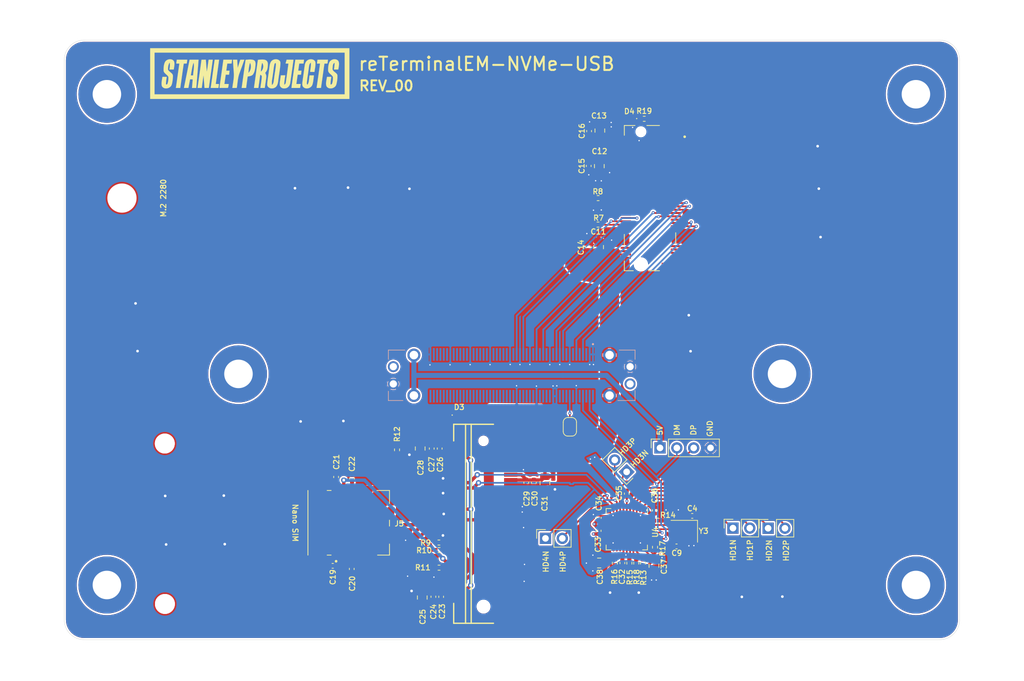
<source format=kicad_pcb>
(kicad_pcb (version 20211014) (generator pcbnew)
  (title_block (title "reTerminalEM-NVMe-mPCIe-USB") (date "2022-06-22") (rev "REV_00") (company "StanleyProjects.com"))
  (layers (0 "F.Cu" signal) (31 "B.Cu" signal) (34 "B.Paste" user) (35 "F.Paste" user) (36 "B.SilkS" user "B.Silkscreen") (37 "F.SilkS" user "F.Silkscreen") (38 "B.Mask" user) (39 "F.Mask" user) (44 "Edge.Cuts" user))
  (net 0 "")
  (net 1 "GND")
  (net 2 "+5V")
  (net 3 "SIM_PWR")
  (net 4 "SIM_RESET")
  (net 5 "SIM_CLK")
  (net 6 "SIM_DATA")
  (net 7 "Net-(D3-Pad1)")
  (net 8 "SIM_VPP")
  (net 9 "+1V5")
  (net 10 "HD1_N")
  (net 11 "HD1_P")
  (net 12 "HD2_P")
  (net 13 "HD2_N")
  (net 14 "HD3_P")
  (net 15 "HD3_N")
  (net 16 "Net-(C4-Pad1)")
  (net 17 "Net-(C9-Pad1)")
  (net 18 "Net-(R13-Pad2)")
  (net 19 "Net-(R14-Pad1)")
  (net 20 "Net-(R15-Pad2)")
  (net 21 "Net-(R16-Pad2)")
  (net 22 "Net-(R17-Pad2)")
  (net 23 "Net-(R18-Pad2)")
  (net 24 "HD4_P")
  (net 25 "HD4_N")
  (net 26 "Net-(D4-Pad1)")
  (net 27 "3V3_PCI")
  (net 28 "PCIE_CLK_P")
  (net 29 "PCIE_CLK_N")
  (net 30 "PCIE_RX_P")
  (net 31 "PCIE_RX_N")
  (net 32 "PCIE_TX_P")
  (net 33 "PCIE_TX_N")
  (net 34 "PCIE_nRST")
  (net 35 "PCIE_CLK_nREQ")
  (net 36 "HUB_DM4")
  (net 37 "HUB_DP4")
  (net 38 "USB4_VBUS_EN")
  (net 39 "Net-(J2-Pad10)")
  (net 40 "Net-(J2-Pad54)")
  (net 41 "Net-(J4-Pad42)")
  (net 42 "Net-(J4-Pad14)")
  (net 43 "Net-(J4-Pad12)")
  (net 44 "Net-(J4-Pad10)")
  (net 45 "Net-(J2-Pad38)")
  (net 46 "SDA1")
  (net 47 "SCL1")
  (net 48 "SDA0")
  (net 49 "SCL0")
  (net 50 "SPI0_MOSI")
  (net 51 "SPI0_MISO")
  (net 52 "SPI0_SCLK")
  (net 53 "SPI0_CE0")
  (net 54 "SPI0_CE1")
  (net 55 "SPI1_MOSI")
  (net 56 "SPI1_MISO")
  (net 57 "unconnected-(C33-Pad1)")
  (net 58 "SPI1_SCLK")
  (net 59 "unconnected-(C33-Pad2)")
  (net 60 "SPI1_CE1")
  (net 61 "SPI1_CE0")
  (net 62 "unconnected-(C35-Pad1)")
  (net 63 "SPI1_CE2")
  (net 71 "TXD")
  (net 73 "RXD")
  (net 77 "GPIO4")
  (net 78 "GPIO5")
  (net 79 "GPIO6")
  (net 80 "GPIO12")
  (net 81 "USB4_OVRCURn")
  (net 82 "GPIO13")
  (net 84 "GPIO22")
  (net 86 "GPIO23")
  (net 87 "GPIO24")
  (net 89 "GPIO25")
  (net 91 "GPIO26")
  (net 92 "GPIO27")
  (net 93 "nPIBOOT")
  (net 94 "GLOBAL_EN")
  (net 96 "RUN_PG")
  (net 105 "TCT1")
  (net 109 "TCT2")
  (net 113 "TCT3")
  (net 116 "DCIN")
  (net 117 "TCT4")
  (footprint "StanleyProjects:Molex_104224-0820" (layer "F.Cu") (at 117.28 126.95 -90)
    (fp_text reference "J5")
    (fp_text value "J_SIM_Card_Nano_6P_Shielded")
  )
  (footprint "Capacitor_SMD:C_0805_2012Metric" (layer "F.Cu") (at 161.21 85.38 90)
    (fp_text reference "C11")
    (fp_text value "10uF")
  )
  (footprint "Capacitor_SMD:C_0402_1005Metric" (layer "F.Cu") (at 159.61 85.34 90)
    (fp_text reference "C14")
    (fp_text value "100nF")
  )
  (footprint "Capacitor_SMD:C_0402_1005Metric" (layer "F.Cu") (at 159.72 73.14 -90)
    (fp_text reference "C15")
    (fp_text value "100nF")
  )
  (footprint "Capacitor_SMD:C_0402_1005Metric" (layer "F.Cu") (at 159.78 67.89 90)
    (fp_text reference "C16")
    (fp_text value "100nF")
  )
  (footprint "Capacitor_SMD:C_0402_1005Metric" (layer "F.Cu") (at 121.12 133.44 180)
    (fp_text reference "C19")
    (fp_text value "100nF")
  )
  (footprint "Capacitor_SMD:C_0402_1005Metric" (layer "F.Cu") (at 121.63 120.04 90)
    (fp_text reference "C21")
    (fp_text value "33pF")
  )
  (footprint "Capacitor_SMD:C_0402_1005Metric" (layer "F.Cu") (at 124.03 120.26 90)
    (fp_text reference "C22")
    (fp_text value "33pF")
  )
  (footprint "Capacitor_SMD:C_0402_1005Metric" (layer "F.Cu") (at 137.25 115.76 -90)
    (fp_text reference "C26")
    (fp_text value "33pF")
  )
  (footprint "Capacitor_SMD:C_0402_1005Metric" (layer "F.Cu") (at 136.05 115.76 -90)
    (fp_text reference "C27")
    (fp_text value "100nF")
  )
  (footprint "Capacitor_SMD:C_0805_2012Metric" (layer "F.Cu") (at 134.31 115.75 -90)
    (fp_text reference "C28")
    (fp_text value "10uF")
  )
  (footprint "Capacitor_SMD:C_0805_2012Metric" (layer "F.Cu") (at 153.12 120.95 -90)
    (fp_text reference "C31")
    (fp_text value "10uF")
  )
  (footprint "LED_SMD:LED_0402_1005Metric" (layer "F.Cu") (at 140.225 110.71)
    (fp_text reference "D3")
    (fp_text value "Blue")
  )
  (footprint "Resistor_SMD:R_0402_1005Metric" (layer "F.Cu") (at 137.13 129.93)
    (fp_text reference "R9")
    (fp_text value "27R")
  )
  (footprint "Resistor_SMD:R_0402_1005Metric" (layer "F.Cu") (at 137.16 131.06)
    (fp_text reference "R10")
    (fp_text value "27R")
  )
  (footprint "Resistor_SMD:R_0402_1005Metric" (layer "F.Cu") (at 130.82 115.95 -90)
    (fp_text reference "R12")
    (fp_text value "470R")
  )
  (footprint "Capacitor_SMD:C_0402_1005Metric" (layer "F.Cu") (at 137.47 138.11 90)
    (fp_text reference "C23")
    (fp_text value "33pF")
  )
  (footprint "Capacitor_SMD:C_0402_1005Metric" (layer "F.Cu") (at 136.3 138.1 90)
    (fp_text reference "C24")
    (fp_text value "100nF")
  )
  (footprint "Capacitor_SMD:C_0805_2012Metric" (layer "F.Cu") (at 134.62 138.22 90)
    (fp_text reference "C25")
    (fp_text value "10uF")
  )
  (footprint "Capacitor_SMD:C_0402_1005Metric" (layer "F.Cu") (at 150.3 120.9 -90)
    (fp_text reference "C29")
    (fp_text value "33pF")
  )
  (footprint "Capacitor_SMD:C_0402_1005Metric" (layer "F.Cu") (at 151.45 120.91 -90)
    (fp_text reference "C30")
    (fp_text value "100nF")
  )
  (footprint "Resistor_SMD:R_0402_1005Metric" (layer "F.Cu") (at 137.15 133.72 180)
    (fp_text reference "R11")
    (fp_text value "27R")
  )
  (footprint "Capacitor_SMD:C_0402_1005Metric" (layer "F.Cu") (at 123.99 133.91 90)
    (fp_text reference "C20")
    (fp_text value "33pF")
  )
  (footprint "Capacitor_SMD:C_0805_2012Metric" (layer "F.Cu") (at 161.32 73.17 -90)
    (fp_text reference "C12")
    (fp_text value "10uF")
  )
  (footprint "Capacitor_SMD:C_0402_1005Metric" (layer "F.Cu") (at 172.96 130.51)
    (fp_text reference "C9")
    (fp_text value "27pF")
  )
  (footprint "Resistor_SMD:R_0402_1005Metric" (layer "F.Cu") (at 167.91 133.03 90)
    (fp_text reference "R13")
    (fp_text value "100k")
  )
  (footprint "Resistor_SMD:R_0402_1005Metric" (layer "F.Cu") (at 170.13 126.64)
    (fp_text reference "R14")
    (fp_text value "12k")
  )
  (footprint "Resistor_SMD:R_0402_1005Metric" (layer "F.Cu") (at 165.85 133.04 90)
    (fp_text reference "R15")
    (fp_text value "100K")
  )
  (footprint "Resistor_SMD:R_0402_1005Metric" (layer "F.Cu") (at 169.72 130.63 90)
    (fp_text reference "R17")
    (fp_text value "100K")
  )
  (footprint "Resistor_SMD:R_0402_1005Metric" (layer "F.Cu") (at 166.89 133.04 90)
    (fp_text reference "R18")
    (fp_text value "100K")
  )
  (footprint "Package_DFN_QFN:QFN-36-1EP_6x6mm_P0.5mm_EP3.7x3.7mm" (layer "F.Cu") (at 165.46 127.92 -90)
    (fp_text reference "U4")
    (fp_text value "USB2514B")
  )
  (footprint "Crystal:Crystal_SMD_3225-4Pin_3.2x2.5mm" (layer "F.Cu") (at 174.13 128.23 180)
    (fp_text reference "Y3")
    (fp_text value "24MHz")
  )
  (footprint "Capacitor_SMD:C_0402_1005Metric" (layer "F.Cu") (at 164.8 133.02 -90)
    (fp_text reference "C32")
    (fp_text value "100nF")
  )
  (footprint "Capacitor_SMD:C_0402_1005Metric" (layer "F.Cu") (at 161.22 128.16 90)
    (fp_text reference "C33")
    (fp_text value "100nF")
  )
  (footprint "Capacitor_SMD:C_0402_1005Metric" (layer "F.Cu") (at 161.24 126.19 -90)
    (fp_text reference "C34")
    (fp_text value "100nF")
  )
  (footprint "Capacitor_SMD:C_0402_1005Metric" (layer "F.Cu") (at 165.46 122.56 90)
    (fp_text reference "C35")
    (fp_text value "100nF")
  )
  (footprint "Capacitor_SMD:C_0402_1005Metric" (layer "F.Cu") (at 169.68 125.08 90)
    (fp_text reference "C36")
    (fp_text value "100nF")
  )
  (footprint "Capacitor_SMD:C_0805_2012Metric" (layer "F.Cu") (at 169.56 133.42 -90)
    (fp_text reference "C37")
    (fp_text value "10uF")
  )
  (footprint "Capacitor_SMD:C_0805_2012Metric" (layer "F.Cu") (at 161.3 133.01)
    (fp_text reference "C38")
    (fp_text value "10uF")
  )
  (footprint "Capacitor_SMD:C_0402_1005Metric" (layer "F.Cu") (at 175.33 125.91 180)
    (fp_text reference "C4")
    (fp_text value "27pF")
  )
  (footprint "Resistor_SMD:R_0402_1005Metric" (layer "F.Cu") (at 163.66 133.03 90)
    (fp_text reference "R16")
    (fp_text value "100K")
  )
  (footprint "LED_SMD:LED_0402_1005Metric" (layer "F.Cu") (at 165.865 66 180)
    (fp_text reference "D4")
    (fp_text value "Blue")
  )
  (footprint "Resistor_SMD:R_0402_1005Metric" (layer "F.Cu") (at 168.09 66.03)
    (fp_text reference "R19")
    (fp_text value "470R")
  )
  (footprint "Connector_PinSocket_2.54mm:PinSocket_1x02_P2.54mm_Vertical" (layer "F.Cu") (at 153.2 129.3 90)
    (fp_text reference "J14" hide)
    (fp_text value "HD4")
  )
  (footprint "StanleyProjects:WE_WA-SMSI_9774040243" (layer "F.Cu") (at 95.8 115 90)
    (fp_text reference "J7" hide)
    (fp_text value "J_Standoff_M2_H4" hide)
  )
  (footprint "StanleyProjects:TE_20412621" (layer "F.Cu") (at 143.86 127.1 90)
    (fp_text reference "J4" hide)
    (fp_text value "mPCIe")
  )
  (footprint "MountingHole:MountingHole_4.3mm_M4_Pad" (layer "F.Cu") (at 87.07 136.33)
    (fp_text reference "REF*" hide)
    (fp_text value "MountingHole_4.3mm_M4_Pad")
  )
  (footprint "MountingHole:MountingHole_4.3mm_M4_Pad" (layer "F.Cu") (at 106.91 104.5)
    (fp_text reference "REF**" hide)
    (fp_text value "MountingHole_4.3mm_M4_Pad")
  )
  (footprint "MountingHole:MountingHole_4.3mm_M4_Pad" (layer "F.Cu") (at 188.87 104.5)
    (fp_text reference "REF**" hide)
    (fp_text value "MountingHole_4.3mm_M4_Pad")
  )
  (footprint "MountingHole:MountingHole_4.3mm_M4_Pad" (layer "F.Cu") (at 87.07 62.33)
    (fp_text reference "REF**" hide)
    (fp_text value "MountingHole_4.3mm_M4_Pad")
  )
  (footprint "MountingHole:MountingHole_4.3mm_M4_Pad" (layer "F.Cu") (at 209.07 136.33)
    (fp_text reference "REF**" hide)
    (fp_text value "MountingHole_4.3mm_M4_Pad")
  )
  (footprint "Connector_PinSocket_2.54mm:PinSocket_1x04_P2.54mm_Vertical" (layer "F.Cu") (at 170.47 115.66 90)
    (fp_text reference "J10" hide)
    (fp_text value "USB1")
  )
  (footprint "Connector_PinSocket_2.54mm:PinSocket_1x02_P2.54mm_Vertical" (layer "F.Cu") (at 181.47 127.75 90)
    (fp_text reference "J11" hide)
    (fp_text value "HD1")
  )
  (footprint "Connector_PinSocket_2.54mm:PinSocket_1x02_P2.54mm_Vertical" (layer "F.Cu") (at 186.77 127.77 90)
    (fp_text reference "J12" hide)
    (fp_text value "HD2")
  )
  (footprint "Jumper:SolderJumper-2_P1.3mm_Open_RoundedPad1.0x1.5mm" (layer "F.Cu") (at 156.88 112.48 90)
    (fp_text reference "JP1" hide)
    (fp_text value "Jumper_2_Open")
  )
  (footprint "Resistor_SMD:R_0402_1005Metric" (layer "F.Cu") (at 161.12 81.99 180)
    (fp_text reference "R7")
    (fp_text value "10k")
  )
  (footprint "Resistor_SMD:R_0402_1005Metric" (layer "F.Cu") (at 161.14 78 180)
    (fp_text reference "R8")
    (fp_text value "10k")
  )
  (footprint "StanleyProjects:WE_WA-SMSI_9774025360" (layer "F.Cu") (at 89.34 77.99)
    (fp_text reference "J3" hide)
    (fp_text value "J_Standoff_M3_H2.5")
  )
  (footprint "Capacitor_SMD:C_0805_2012Metric" (layer "F.Cu") (at 161.4 67.81 90)
    (fp_text reference "C13")
    (fp_text value "10uF")
  )
  (footprint "StanleyProjects:TE_1-2199230-5" (layer "F.Cu") (at 167.59 77.99 -90)
    (fp_text reference "J2" hide)
    (fp_text value "1-2199230-5")
  )
  (footprint "Connector_PinSocket_2.54mm:PinSocket_1x02_P2.54mm_Vertical" (layer "F.Cu") (at 165.440117 119.27502 -135)
    (fp_text reference "J13" hide)
    (fp_text value "HD3")
  )
  (footprint "StanleyProjects:WE_WA-SMSI_9774040243" (layer "F.Cu") (at 95.82 139.19)
    (fp_text reference "J6" hide)
    (fp_text value "J_Standoff_M2_H4" hide)
  )
  (footprint "StanleyProjects:X_Logo_stanleyprojects_30mm" (layer "F.Cu") (at 108.61 59.21)
    (fp_text reference "G***" hide)
    (fp_text value "LOGO" hide)
  )
  (footprint "MountingHole:MountingHole_4.3mm_M4_Pad" (layer "F.Cu") (at 209.06 62.33)
    (fp_text reference "REF**" hide)
    (fp_text value "MountingHole_4.3mm_M4_Pad")
  )
  (footprint "StanleyProjects:FX23-100S-0.5SV" (layer "B.Cu") (at 148.11 104.71 180)
    (fp_text reference "J1" hide)
    (fp_text value "FX23-100S-0.5SV" hide)
  )
  (gr_arc (start 215.640519 141.571366) (mid 214.761839 143.692686) (end 212.640519 144.571366) (layer "Edge.Cuts") (width 0.05))
  (gr_line (start 212.640519 54.171367) (end 83.64052 54.171367) (layer "Edge.Cuts") (width 0.05))
  (gr_line (start 215.640519 141.571366) (end 215.640519 57.171367) (layer "Edge.Cuts") (width 0.05))
  (gr_arc (start 80.64052 57.171367) (mid 81.5192 55.050047) (end 83.64052 54.171367) (layer "Edge.Cuts") (width 0.05))
  (gr_line (start 83.64052 144.571366) (end 212.640519 144.571366) (layer "Edge.Cuts") (width 0.05))
  (gr_arc (start 212.640519 54.171367) (mid 214.761839 55.050047) (end 215.640519 57.171367) (layer "Edge.Cuts") (width 0.05))
  (gr_line (start 80.64052 57.171367) (end 80.64052 141.571366) (layer "Edge.Cuts") (width 0.05))
  (gr_arc (start 83.64052 144.571366) (mid 81.5192 143.692686) (end 80.64052 141.571366) (layer "Edge.Cuts") (width 0.05))
  (gr_text "HD4N" (at 153.27 132.81 90) (layer "F.SilkS") (effects (font (size 0.8 0.8))))
  (gr_text "HD3N" (at 167.37759 117.309263 45) (layer "F.SilkS") (effects (font (size 0.8 0.8))))
  (gr_text "HD3P" (at 165.567396 115.499069 45) (layer "F.SilkS") (effects (font (size 0.8 0.8))))
  (gr_text "HD2N" (at 186.93 131.14 90) (layer "F.SilkS") (effects (font (size 0.8 0.8))))
  (gr_text "HD2P" (at 189.49 131.14 90) (layer "F.SilkS") (effects (font (size 0.8 0.8))))
  (gr_text "DP" (at 175.53 112.96 90) (layer "F.SilkS") (effects (font (size 0.8 0.8))))
  (gr_text "DM" (at 173.03 112.96 90) (layer "F.SilkS") (effects (font (size 0.8 0.8))))
  (gr_text "GND" (at 178 112.74 90) (layer "F.SilkS") (effects (font (size 0.8 0.8))))
  (gr_text "REV_00" (at 129.2 61.06) (layer "F.SilkS") (effects (font (size 1.5 1.5) (thickness 0.3))))
  (gr_text "Nano SIM" (at 115.46 126.96 270) (layer "F.SilkS") (effects (font (size 0.8 0.8))))
  (gr_text "HD4P" (at 155.83 132.81 90) (layer "F.SilkS") (effects (font (size 0.8 0.8))))
  (gr_text "HD1N" (at 181.49 131.09 90) (layer "F.SilkS") (effects (font (size 0.8 0.8))))
  (gr_text "HD1P" (at 184.05 131.09 90) (layer "F.SilkS") (effects (font (size 0.8 0.8))))
  (gr_text "reTerminalEM-NVMe-USB" (at 144.32 57.76) (layer "F.SilkS") (effects (font (size 2 2) (thickness 0.3))))
  (gr_text "5V" (at 170.46 113.03 90) (layer "F.SilkS") (effects (font (size 0.8 0.8))))
  (segment (start 165.46 127.93) (end 167.52 129.99) (width 0.508) (layer "F.Cu") (net 1))
  (segment (start 165.46 127.93) (end 163.4 129.99) (width 0.508) (layer "F.Cu") (net 1))
  (segment (start 152.6 121.38) (end 153.12 121.9) (width 0.508) (layer "F.Cu") (net 1))
  (segment (start 165.46 127.92) (end 165.45 127.92) (width 0.508) (layer "F.Cu") (net 1))
  (segment (start 137.47 137.63) (end 134.98 137.63) (width 0.508) (layer "F.Cu") (net 1))
  (segment (start 165.46 127.92) (end 165.47 127.92) (width 0.508) (layer "F.Cu") (net 1))
  (segment (start 137.344001 116.145999) (end 137.25 116.24) (width 0.508) (layer "F.Cu") (net 1))
  (segment (start 147.96 121.3) (end 150.22 121.3) (width 0.508) (layer "F.Cu") (net 1))
  (segment (start 150.3 121.38) (end 152.6 121.38) (width 0.508) (layer "F.Cu") (net 1))
  (segment (start 165.45 127.92) (end 163.39 125.86) (width 0.508) (layer "F.Cu") (net 1))
  (segment (start 134.77 116.24) (end 134.31 116.7) (width 0.508) (layer "F.Cu") (net 1))
  (segment (start 134.98 137.63) (end 134.62 137.27) (width 0.508) (layer "F.Cu") (net 1))
  (segment (start 165.47 127.92) (end 167.53 125.86) (width 0.508) (layer "F.Cu") (net 1))
  (segment (start 165.46 127.92) (end 165.46 127.93) (width 0.508) (layer "F.Cu") (net 1))
  (segment (start 137.54 137.7) (end 137.47 137.63) (width 0.508) (layer "F.Cu") (net 1))
  (segment (start 139.714001 116.145999) (end 137.344001 116.145999) (width 0.508) (layer "F.Cu") (net 1))
  (segment (start 139.76 116.1) (end 139.714001 116.145999) (width 0.508) (layer "F.Cu") (net 1))
  (segment (start 139.76 137.7) (end 137.54 137.7) (width 0.508) (layer "F.Cu") (net 1))
  (segment (start 150.22 121.3) (end 150.3 121.38) (width 0.508) (layer "F.Cu") (net 1))
  (segment (start 137.25 116.24) (end 134.77 116.24) (width 0.508) (layer "F.Cu") (net 1))
  (via (at 95.86 122.9) (size 0.8) (drill 0.4) (layers "F.Cu" "B.Cu") (net 1))
  (via (at 96 130.22) (size 0.8) (drill 0.4) (layers "F.Cu" "B.Cu") (net 1))
  (via (at 188.92 138.08) (size 0.8) (drill 0.4) (layers "F.Cu" "B.Cu") (net 1))
  (via (at 169.9 135.58) (size 0.45) (drill 0.2) (layers "F.Cu" "B.Cu") (net 1))
  (via (at 149.7 125.33) (size 0.45) (drill 0.2) (layers "F.Cu" "B.Cu") (net 1))
  (via (at 167.53 125.86) (size 0.45) (drill 0.2) (layers "F.Cu" "B.Cu") (net 1))
  (via (at 132.68 116.69) (size 0.8) (drill 0.4) (layers "F.Cu" "B.Cu") (net 1))
  (via (at 104.84 130.17) (size 0.8) (drill 0.4) (layers "F.Cu" "B.Cu") (net 1))
  (via (at 91.39 93.87) (size 0.8) (drill 0.4) (layers "F.Cu" "B.Cu") (net 1))
  (via (at 116.28 111.67) (size 0.8) (drill 0.4) (layers "F.Cu" "B.Cu") (net 1))
  (via (at 91.69 101.06) (size 0.8) (drill 0.4) (layers "F.Cu" "B.Cu") (net 1))
  (via (at 175.58 130.39) (size 0.45) (drill 0.2) (layers "F.Cu" "B.Cu") (net 1))
  (via (at 153.85 103.1) (size 0.45) (drill 0.2) (layers "F.Cu" "B.Cu") (net 1))
  (via (at 175.08 101.08) (size 0.8) (drill 0.4) (layers "F.Cu" "B.Cu") (net 1))
  (via (at 167.32 69.32) (size 0.45) (drill 0.2) (layers "F.Cu" "B.Cu") (net 1))
  (via (at 159.87 103.09) (size 0.45) (drill 0.2) (layers "F.Cu" "B.Cu") (net 1))
  (via (at 161.62 75.39) (size 0.45) (drill 0.2) (layers "F.Cu" "B.Cu") (net 1))
  (via (at 133.01 137.23) (size 0.8) (drill 0.4) (layers "F.Cu" "B.Cu") (net 1))
  (via (at 137.76 122.48) (size 0.8) (drill 0.4) (layers "F.Cu" "B.Cu") (net 1))
  (via (at 144.84 103.1) (size 0.45) (drill 0.2) (layers "F.Cu" "B.Cu") (net 1))
  (via (at 136.38 135.14) (size 0.45) (drill 0.2) (layers "F.Cu" "B.Cu") (net 1))
  (via (at 161.62 79.78) (size 0.45) (drill 0.2) (layers "F.Cu" "B.Cu") (net 1))
  (via (at 148.84 106.29) (size 0.45) (drill 0.2) (layers "F.Cu" "B.Cu") (net 1))
  (via (at 163.4 129.99) (size 0.45) (drill 0.2) (layers "F.Cu" "B.Cu") (net 1))
  (via (at 182.81 138.12) (size 0.8) (drill 0.4) (layers "F.Cu" "B.Cu") (net 1))
  (via (at 141.84 103.1) (size 0.45) (drill 0.2) (layers "F.Cu" "B.Cu") (net 1))
  (via (at 161.31 70.44) (size 0.45) (drill 0.2) (layers "F.Cu" "B.Cu") (net 1))
  (via (at 156.85 103.09) (size 0.45) (drill 0.2) (layers "F.Cu" "B.Cu") (net 1))
  (via (at 135.78 103.14) (size 0.45) (drill 0.2) (layers "F.Cu" "B.Cu") (net 1))
  (via (at 137.74 128.86) (size 0.8) (drill 0.4) (layers "F.Cu" "B.Cu") (net 1))
  (via (at 159.73 74.48) (size 0.45) (drill 0.2) (layers "F.Cu" "B.Cu") (net 1))
  (via (at 132.41 135) (size 0.45) (drill 0.2) (layers "F.Cu" "B.Cu") (net 1))
  (via (at 167.27 137.48) (size 0.8) (drill 0.4) (layers "F.Cu" "B.Cu") (net 1))
  (via (at 160.44 79.82) (size 0.45) (drill 0.2) (layers "F.Cu" "B.Cu") (net 1))
  (via (at 173.24 125.01) (size 0.45) (drill 0.2) (layers "F.Cu" "B.Cu") (net 1))
  (via (at 154.91 106.3) (size 0.45) (drill 0.2) (layers "F.Cu" "B.Cu") (net 1))
  (via (at 115.43 76.5) (size 0.8) (drill 0.4) (layers "F.Cu" "B.Cu") (net 1))
  (via (at 163.39 125.86) (size 0.45) (drill 0.2) (layers "F.Cu" "B.Cu") (net 1))
  (via (at 137.76 120.25) (size 0.8) (drill 0.4) (layers "F.Cu" "B.Cu") (net 1))
  (via (at 132.11 129.59) (size 0.45) (drill 0.2) (layers "F.Cu" "B.Cu") (net 1))
  (via (at 147.88 103.08) (size 0.45) (drill 0.2) (layers "F.Cu" "B.Cu") (net 1))
  (via (at 194.42 76.57) (size 0.8) (drill 0.4) (layers "F.Cu" "B.Cu") (net 1))
  (via (at 150.85 103.08) (size 0.45) (drill 0.2) (layers "F.Cu" "B.Cu") (net 1))
  (via (at 150.04 133.23) (size 0.45) (drill 0.2) (layers "F.Cu" "B.Cu") (net 1))
  (via (at 132.69 76.59) (size 0.8) (drill 0.4) (layers "F.Cu" "B.Cu") (net 1))
  (via (at 162.94 137.48) (size 0.8) (drill 0.4) (layers "F.Cu" "B.Cu") (net 1))
  (via (at 163.12 67.25) (size 0.45) (drill 0.2) (layers "F.Cu" "B.Cu") (net 1))
  (via (at 137.86 125.62) (size 0.8) (drill 0.4) (layers "F.Cu" "B.Cu") (net 1))
  (via (at 122.73 111.6) (size 0.8) (drill 0.4) (layers "F.Cu" "B.Cu") (net 1))
  (via (at 162.87 74.15) (size 0.45) (drill 0.2) (layers "F.Cu" "B.Cu") (net 1))
  (via (at 151.84 106.34) (size 0.45) (drill 0.2) (layers "F.Cu" "B.Cu") (net 1))
  (via (at 149.9 127.67) (size 0.45) (drill 0.2) (layers "F.Cu" "B.Cu") (net 1))
  (via (at 154.34 106.32) (size 0.45) (drill 0.2) (layers "F.Cu" "B.Cu") (net 1))
  (via (at 123.43 76.41) (size 0.8) (drill 0.4) (layers "F.Cu" "B.Cu") (net 1))
  (via (at 159.85 66.5) (size 0.45) (drill 0.2) (layers "F.Cu" "B.Cu") (net 1))
  (via (at 163.17 84.33) (size 0.45) (drill 0.2) (layers "F.Cu" "B.Cu") (net 1))
  (via (at 155.35 103.09) (size 0.45) (drill 0.2) (layers "F.Cu" "B.Cu") (net 1))
  (via (at 171.38 125.01) (size 0.45) (drill 0.2) (layers "F.Cu" "B.Cu") (net 1))
  (via (at 149.71 124.52) (size 0.45) (drill 0.2) (layers "F.Cu" "B.Cu") (net 1))
  (via (at 154.63 121.91) (size 0.8) (drill 0.4) (layers "F.Cu" "B.Cu") (net 1))
  (via (at 169.2 135.58) (size 0.45) (drill 0.2) (layers "F.Cu" "B.Cu") (net 1))
  (via (at 166.34 67.33) (size 0.45) (drill 0.2) (layers "F.Cu" "B.Cu") (net 1))
  (via (at 159.44 83.34) (size 0.45) (drill 0.2) (layers "F.Cu" "B.Cu") (net 1))
  (via (at 194.24 70.16) (size 0.8) (drill 0.4) (layers "F.Cu" "B.Cu") (net 1))
  (via (at 167.52 129.99) (size 0.45) (drill 0.2) (layers "F.Cu" "B.Cu") (net 1))
  (via (at 194.68 83.87) (size 0.8) (drill 0.4) (layers "F.Cu" "B.Cu") (net 1))
  (via (at 160.76 75.37) (size 0.45) (drill 0.2) (layers "F.Cu" "B.Cu") (net 1))
  (via (at 149.88 118.94) (size 0.45) (drill 0.2) (layers "F.Cu" "B.Cu") (net 1))
  (via (at 163.11 66.59) (size 0.45) (drill 0.2) (layers "F.Cu" "B.Cu") (net 1))
  (via (at 138.81 103.12) (size 0.45) (drill 0.2) (layers "F.Cu" "B.Cu") (net 1))
  (via (at 174.81 95.65) (size 0.8) (drill 0.4) (layers "F.Cu" "B.Cu") (net 1))
  (via (at 149.99 135.78) (size 0.45) (drill 0.2) (layers "F.Cu" "B.Cu") (net 1))
  (via (at 160.44 103.09) (size 0.45) (drill 0.2) (layers "F.Cu" "B.Cu") (net 1))
  (via (at 174.83 130.42) (size 0.45) (drill 0.2) (layers "F.Cu" "B.Cu") (net 1))
  (via (at 149.35 103.09) (size 0.45) (drill 0.2) (layers "F.Cu" "B.Cu") (net 1))
  (via (at 157.85 106.27) (size 0.45) (drill 0.2) (layers "F.Cu" "B.Cu") (net 1))
  (via (at 104.7 122.85) (size 0.8) (drill 0.4) (layers "F.Cu" "B.Cu") (net 1))
  (segment (start 133.36 101.66) (end 133.36 104.72) (width 0.762) (layer "B.Cu") (net 2))
  (segment (start 133.36 104.72) (end 133.36 107.76) (width 0.762) (layer "B.Cu") (net 2))
  (segment (start 170.47 115.66) (end 170.47 112.81) (width 0.762) (layer "B.Cu") (net 2))
  (segment (start 162.38 104.72) (end 155.83 104.72) (width 0.762) (layer "B.Cu") (net 2))
  (segment (start 170.47 112.81) (end 162.38 104.72) (width 0.762) (layer "B.Cu") (net 2))
  (segment (start 155.83 104.72) (end 133.36 104.72) (width 0.762) (layer "B.Cu") (net 2))
  (segment (start 138.252 136.1) (end 139.76 136.1) (width 0.508) (layer "F.Cu") (net 3))
  (segment (start 121.63 134.05) (end 123.68 136.1) (width 0.508) (layer "F.Cu") (net 3))
  (segment (start 121.63 131.85) (end 121.63 134.05) (width 0.508) (layer "F.Cu") (net 3))
  (segment (start 123.68 136.1) (end 138.252 136.1) (width 0.508) (layer "F.Cu") (net 3))
  (segment (start 135.689692 132.543639) (end 135.727263 132.651011) (width 0.508) (layer "F.Cu") (net 4))
  (segment (start 135.74 132.764051) (end 135.74 133.212) (width 0.508) (layer "F.Cu") (net 4))
  (segment (start 134.724 134.675949) (end 134.724 132.764051) (width 0.508) (layer "F.Cu") (net 4))
  (segment (start 133.695263 134.114959) (end 133.708 134.228) (width 0.508) (layer "F.Cu") (net 4))
  (segment (start 135.548732 132.366881) (end 135.62917 132.447319) (width 0.508) (layer "F.Cu") (net 4))
  (segment (start 135.62917 132.447319) (end 135.689692 132.543639) (width 0.508) (layer "F.Cu") (net 4))
  (segment (start 133.708 134.228) (end 133.708 134.675949) (width 0.508) (layer "F.Cu") (net 4))
  (segment (start 136.378871 133.72) (end 136.64 133.72) (width 0.508) (layer "F.Cu") (net 4))
  (segment (start 134.532732 135.073119) (end 134.61317 134.992681) (width 0.508) (layer "F.Cu") (net 4))
  (segment (start 135.727263 132.651011) (end 135.74 132.764051) (width 0.508) (layer "F.Cu") (net 4))
  (segment (start 134.724 132.764051) (end 134.736736 132.651011) (width 0.508) (layer "F.Cu") (net 4))
  (segment (start 135.850829 133.528733) (end 135.931267 133.609171) (width 0.508) (layer "F.Cu") (net 4))
  (segment (start 133.59717 133.911267) (end 133.657692 134.007587) (width 0.508) (layer "F.Cu") (net 4))
  (segment (start 130.99 134.42) (end 131.69 133.72) (width 0.508) (layer "F.Cu") (net 4))
  (segment (start 122.83 131.85) (end 122.83 133.75) (width 0.508) (layer "F.Cu") (net 4))
  (segment (start 135.011587 132.306359) (end 135.118959 132.268788) (width 0.508) (layer "F.Cu") (net 4))
  (segment (start 135.74 133.212) (end 135.752736 133.325041) (width 0.508) (layer "F.Cu") (net 4))
  (segment (start 134.216 135.183949) (end 134.32904 135.171212) (width 0.508) (layer "F.Cu") (net 4))
  (segment (start 134.61317 134.992681) (end 134.673692 134.896361) (width 0.508) (layer "F.Cu") (net 4))
  (segment (start 133.995587 135.133641) (end 134.102959 135.171212) (width 0.508) (layer "F.Cu") (net 4))
  (segment (start 134.102959 135.171212) (end 134.216 135.183949) (width 0.508) (layer "F.Cu") (net 4))
  (segment (start 134.834829 132.447319) (end 134.915267 132.366881) (width 0.508) (layer "F.Cu") (net 4))
  (segment (start 135.790307 133.432413) (end 135.850829 133.528733) (width 0.508) (layer "F.Cu") (net 4))
  (segment (start 134.736736 132.651011) (end 134.774307 132.543639) (width 0.508) (layer "F.Cu") (net 4))
  (segment (start 135.232 132.256051) (end 135.34504 132.268788) (width 0.508) (layer "F.Cu") (net 4))
  (segment (start 134.436412 135.133641) (end 134.532732 135.073119) (width 0.508) (layer "F.Cu") (net 4))
  (segment (start 135.752736 133.325041) (end 135.790307 133.432413) (width 0.508) (layer "F.Cu") (net 4))
  (segment (start 133.818829 134.992681) (end 133.899267 135.073119) (width 0.508) (layer "F.Cu") (net 4))
  (segment (start 134.32904 135.171212) (end 134.436412 135.133641) (width 0.508) (layer "F.Cu") (net 4))
  (segment (start 122.83 133.75) (end 123.5 134.42) (width 0.508) (layer "F.Cu") (net 4))
  (segment (start 135.452412 132.306359) (end 135.548732 132.366881) (width 0.508) (layer "F.Cu") (net 4))
  (segment (start 133.657692 134.007587) (end 133.695263 134.114959) (width 0.508) (layer "F.Cu") (net 4))
  (segment (start 134.774307 132.543639) (end 134.834829 132.447319) (width 0.508) (layer "F.Cu") (net 4))
  (segment (start 135.931267 133.609171) (end 136.027587 133.669693) (width 0.508) (layer "F.Cu") (net 4))
  (segment (start 133.708 134.675949) (end 133.720736 134.788989) (width 0.508) (layer "F.Cu") (net 4))
  (segment (start 133.720736 134.788989) (end 133.758307 134.896361) (width 0.508) (layer "F.Cu") (net 4))
  (segment (start 131.69 133.72) (end 133.2 133.72) (width 0.508) (layer "F.Cu") (net 4))
  (segment (start 134.673692 134.896361) (end 134.711263 134.788989) (width 0.508) (layer "F.Cu") (net 4))
  (segment (start 123.5 134.42) (end 130.99 134.42) (width 0.508) (layer "F.Cu") (net 4))
  (segment (start 133.2 133.72) (end 133.31304 133.732736) (width 0.508) (layer "F.Cu") (net 4))
  (segment (start 134.915267 132.366881) (end 135.011587 132.306359) (width 0.508) (layer "F.Cu") (net 4))
  (segment (start 133.420412 133.770307) (end 133.516732 133.830829) (width 0.508) (layer "F.Cu") (net 4))
  (segment (start 134.711263 134.788989) (end 134.724 134.675949) (width 0.508) (layer "F.Cu") (net 4))
  (segment (start 136.134959 133.707264) (end 136.248 133.72) (width 0.508) (layer "F.Cu") (net 4))
  (segment (start 136.248 133.72) (end 136.378871 133.72) (width 0.508) (layer "F.Cu") (net 4))
  (segment (start 133.516732 133.830829) (end 133.59717 133.911267) (width 0.508) (layer "F.Cu") (net 4))
  (segment (start 133.758307 134.896361) (end 133.818829 134.992681) (width 0.508) (layer "F.Cu") (net 4))
  (segment (start 133.31304 133.732736) (end 133.420412 133.770307) (width 0.508) (layer "F.Cu") (net 4))
  (segment (start 136.027587 133.669693) (end 136.134959 133.707264) (width 0.508) (layer "F.Cu") (net 4))
  (segment (start 135.34504 132.268788) (end 135.452412 132.306359) (width 0.508) (layer "F.Cu") (net 4))
  (segment (start 135.118959 132.268788) (end 135.232 132.256051) (width 0.508) (layer "F.Cu") (net 4))
  (segment (start 133.899267 135.073119) (end 133.995587 135.133641) (width 0.508) (layer "F.Cu") (net 4))
  (segment (start 133.193138 131.670852) (end 133.218193 131.448479) (width 0.508) (layer "F.Cu") (net 5))
  (segment (start 132.202193 131.670852) (end 132.239148 131.776462) (width 0.508) (layer "F.Cu") (net 5))
  (segment (start 133.218193 131.448479) (end 133.255148 131.342869) (width 0.508) (layer "F.Cu") (net 5))
  (segment (start 129.03 131.06) (end 131.69 131.06) (width 0.508) (layer "F.Cu") (net 5))
  (segment (start 133.393795 131.169011) (end 133.488535 131.109482) (width 0.508) (layer "F.Cu") (net 5))
  (segment (start 132.298677 131.871202) (end 132.377795 131.95032) (width 0.508) (layer "F.Cu") (net 5))
  (segment (start 132.080654 131.248129) (end 132.140183 131.342869) (width 0.508) (layer "F.Cu") (net 5))
  (segment (start 133.488535 131.109482) (end 133.594145 131.072527) (width 0.508) (layer "F.Cu") (net 5))
  (segment (start 131.69 131.06) (end 131.801186 131.072527) (width 0.508) (layer "F.Cu") (net 5))
  (segment (start 132.377795 131.95032) (end 132.472535 132.009849) (width 0.508) (layer "F.Cu") (net 5))
  (segment (start 121.63 122.05) (end 121.63 123.66) (width 0.508) (layer "F.Cu") (net 5))
  (segment (start 133.156183 131.776462) (end 133.193138 131.670852) (width 0.508) (layer "F.Cu") (net 5))
  (segment (start 132.922796 132.009849) (end 133.017536 131.95032) (width 0.508) (layer "F.Cu") (net 5))
  (segment (start 132.140183 131.342869) (end 132.177138 131.448479) (width 0.508) (layer "F.Cu") (net 5))
  (segment (start 131.801186 131.072527) (end 131.906796 131.109482) (width 0.508) (layer "F.Cu") (net 5))
  (segment (start 133.314677 131.248129) (end 133.393795 131.169011) (width 0.508) (layer "F.Cu") (net 5))
  (segment (start 121.63 122.05) (end 121.63 120.52) (width 0.508) (layer "F.Cu") (net 5))
  (segment (start 133.594145 131.072527) (end 133.705332 131.06) (width 0.508) (layer "F.Cu") (net 5))
  (segment (start 132.001536 131.169011) (end 132.080654 131.248129) (width 0.508) (layer "F.Cu") (net 5))
  (segment (start 133.017536 131.95032) (end 133.096654 131.871202) (width 0.508) (layer "F.Cu") (net 5))
  (segment (start 133.255148 131.342869) (end 133.314677 131.248129) (width 0.508) (layer "F.Cu") (net 5))
  (segment (start 132.177138 131.448479) (end 132.202193 131.670852) (width 0.508) (layer "F.Cu") (net 5))
  (segment (start 121.63 123.66) (end 129.03 131.06) (width 0.508) (layer "F.Cu") (net 5))
  (segment (start 132.817186 132.046804) (end 132.922796 132.009849) (width 0.508) (layer "F.Cu") (net 5))
  (segment (start 135.644765 131.06) (end 136.65 131.06) (width 0.508) (layer "F.Cu") (net 5))
  (segment (start 132.472535 132.009849) (end 132.578145 132.046804) (width 0.508) (layer "F.Cu") (net 5))
  (segment (start 132.689332 132.059332) (end 132.706 132.059332) (width 0.508) (layer "F.Cu") (net 5))
  (segment (start 132.706 132.059332) (end 132.817186 132.046804) (width 0.508) (layer "F.Cu") (net 5))
  (segment (start 132.578145 132.046804) (end 132.689332 132.059332) (width 0.508) (layer "F.Cu") (net 5))
  (segment (start 131.906796 131.109482) (end 132.001536 131.169011) (width 0.508) (layer "F.Cu") (net 5))
  (segment (start 133.705332 131.06) (end 135.644765 131.06) (width 0.508) (layer "F.Cu") (net 5))
  (segment (start 132.239148 131.776462) (end 132.298677 131.871202) (width 0.508) (layer "F.Cu") (net 5))
  (segment (start 133.096654 131.871202) (end 133.156183 131.776462) (width 0.508) (layer "F.Cu") (net 5))
  (segment (start 134.050282 127.431428) (end 134.075595 127.542332) (width 0.508) (layer "F.Cu") (net 6))
  (segment (start 136.014333 128.765775) (end 135.964976 128.868266) (width 0.508) (layer "F.Cu") (net 6))
  (segment (start 136.085258 129.395257) (end 136.62 129.93) (width 0.508) (layer "F.Cu") (net 6))
  (segment (start 134.000925 127.869482) (end 133.93 127.95842) (width 0.508) (layer "F.Cu") (net 6))
  (segment (start 136.356744 127.686931) (end 136.427669 127.775868) (width 0.508) (layer "F.Cu") (net 6))
  (segment (start 136.014332 129.306319) (end 136.085258 129.395257) (width 0.508) (layer "F.Cu") (net 6))
  (segment (start 136.477026 128.213923) (end 136.42767 128.316414) (width 0.508) (layer "F.Cu") (net 6))
  (segment (start 134.185506 129.068608) (end 134.287996 129.019251) (width 0.508) (layer "F.Cu") (net 6))
  (segment (start 135.638326 127.686933) (end 135.727263 127.616007) (width 0.508) (layer "F.Cu") (net 6))
  (segment (start 136.427669 127.775868) (end 136.477026 127.878359) (width 0.508) (layer "F.Cu") (net 6))
  (segment (start 133.849942 129.068608) (end 133.960846 129.093921) (width 0.508) (layer "F.Cu") (net 6))
  (segment (start 128.06 127.24) (end 133.93 127.24) (width 0.508) (layer "F.Cu") (net 6))
  (segment (start 133.512918 128.645994) (end 133.538231 128.756897) (width 0.508) (layer "F.Cu") (net 6))
  (segment (start 134.376934 128.948326) (end 135.36684 127.958419) (width 0.508) (layer "F.Cu") (net 6))
  (segment (start 136.356744 128.405351) (end 136.085259 128.676837) (width 0.508) (layer "F.Cu") (net 6))
  (segment (start 134.075595 127.656088) (end 134.050282 127.766992) (width 0.508) (layer "F.Cu") (net 6))
  (segment (start 124.03 122.05) (end 124.03 120.74) (width 0.508) (layer "F.Cu") (net 6))
  (segment (start 133.960846 129.093921) (end 134.074602 129.093921) (width 0.508) (layer "F.Cu") (net 6))
  (segment (start 124.03 123.21) (end 128.06 127.24) (width 0.508) (layer "F.Cu") (net 6))
  (segment (start 136.50234 128.10302) (end 136.477026 128.213923) (width 0.508) (layer "F.Cu") (net 6))
  (segment (start 136.267807 127.616007) (end 136.356744 127.686931) (width 0.508) (layer "F.Cu") (net 6))
  (segment (start 135.964976 128.868266) (end 135.939662 128.979169) (width 0.508) (layer "F.Cu") (net 6))
  (segment (start 133.658514 128.229905) (end 133.587588 128.318843) (width 0.508) (layer "F.Cu") (net 6))
  (segment (start 135.940657 127.541337) (end 136.054413 127.541337) (width 0.508) (layer "F.Cu") (net 6))
  (segment (start 136.42767 128.316414) (end 136.356744 128.405351) (width 0.508) (layer "F.Cu") (net 6))
  (segment (start 135.939662 128.979169) (end 135.939662 129.092925) (width 0.508) (layer "F.Cu") (net 6))
  (segment (start 133.512918 128.532238) (end 133.512918 128.645994) (width 0.508) (layer "F.Cu") (net 6))
  (segment (start 134.075595 127.542332) (end 134.075595 127.656088) (width 0.508) (layer "F.Cu") (net 6))
  (segment (start 134.074602 129.093921) (end 134.185506 129.068608) (width 0.508) (layer "F.Cu") (net 6))
  (segment (start 134.287996 129.019251) (end 134.376934 128.948326) (width 0.508) (layer "F.Cu") (net 6))
  (segment (start 134.000925 127.328937) (end 134.050282 127.431428) (width 0.508) (layer "F.Cu") (net 6))
  (segment (start 133.538231 128.756897) (end 133.587588 128.859388) (width 0.508) (layer "F.Cu") (net 6))
  (segment (start 136.477026 127.878359) (end 136.50234 127.989264) (width 0.508) (layer "F.Cu") (net 6))
  (segment (start 135.36684 127.958419) (end 135.638326 127.686933) (width 0.508) (layer "F.Cu") (net 6))
  (segment (start 135.727263 127.616007) (end 135.829752 127.566649) (width 0.508) (layer "F.Cu") (net 6))
  (segment (start 133.658514 128.948326) (end 133.747451 129.019251) (width 0.508) (layer "F.Cu") (net 6))
  (segment (start 133.747451 129.019251) (end 133.849942 129.068608) (width 0.508) (layer "F.Cu") (net 6))
  (segment (start 133.587588 128.859388) (end 133.658514 128.948326) (width 0.508) (layer "F.Cu") (net 6))
  (segment (start 133.93 127.95842) (end 133.658514 128.229905) (width 0.508) (layer "F.Cu") (net 6))
  (segment (start 135.829752 127.566649) (end 135.940657 127.541337) (width 0.508) (layer "F.Cu") (net 6))
  (segment (start 124.03 122.05) (end 124.03 123.21) (width 0.508) (layer "F.Cu") (net 6))
  (segment (start 136.054413 127.541337) (end 136.165316 127.566649) (width 0.508) (layer "F.Cu") (net 6))
  (segment (start 133.587588 128.318843) (end 133.538231 128.421334) (width 0.508) (layer "F.Cu") (net 6))
  (segment (start 136.085259 128.676837) (end 136.014333 128.765775) (width 0.508) (layer "F.Cu") (net 6))
  (segment (start 133.93 127.24) (end 134.000925 127.328937) (width 0.508) (layer "F.Cu") (net 6))
  (segment (start 136.165316 127.566649) (end 136.267807 127.616007) (width 0.508) (layer "F.Cu") (net 6))
  (segment (start 135.964975 129.203828) (end 136.014332 129.306319) (width 0.508) (layer "F.Cu") (net 6))
  (segment (start 134.050282 127.766992) (end 134.000925 127.869482) (width 0.508) (layer "F.Cu") (net 6))
  (segment (start 135.939662 129.092925) (end 135.964975 129.203828) (width 0.508) (layer "F.Cu") (net 6))
  (segment (start 136.50234 127.989264) (end 136.50234 128.10302) (width 0.508) (layer "F.Cu") (net 6))
  (segment (start 133.538231 128.421334) (end 133.512918 128.532238) (width 0.508) (layer "F.Cu") (net 6))
  (segment (start 130.77 113.86) (end 133.92 110.71) (width 0.508) (layer "F.Cu") (net 7))
  (segment (start 130.82 115.44) (end 130.77 115.39) (width 0.508) (layer "F.Cu") (net 7))
  (segment (start 133.92 110.71) (end 139.74 110.71) (width 0.508) (layer "F.Cu") (net 7))
  (segment (start 130.77 115.39) (end 130.77 113.86) (width 0.508) (layer "F.Cu") (net 7))
  (segment (start 122.79 122.01) (end 122.83 122.05) (width 0.508) (layer "F.Cu") (net 8))
  (segment (start 139.76 132.9) (end 138.29 132.9) (width 0.508) (layer "F.Cu") (net 8))
  (segment (start 138.29 132.9) (end 137.73 132.34) (width 0.508) (layer "F.Cu") (net 8))
  (segment (start 122.79 120.52) (end 122.79 122.01) (width 0.508) (layer "F.Cu") (net 8))
  (via (at 137.73 132.34) (size 0.8) (drill 0.4) (layers "F.Cu" "B.Cu") (net 8))
  (via (at 122.79 120.52) (size 0.8) (drill 0.4) (layers "F.Cu" "B.Cu") (net 8))
  (segment (start 122.79 120.52) (end 122.79 120.52) (width 0.508) (layer "B.Cu") (net 8))
  (segment (start 137.73 132.34) (end 137.73 132.33) (width 0.508) (layer "B.Cu") (net 8))
  (segment (start 125.92 120.52) (end 122.79 120.52) (width 0.508) (layer "B.Cu") (net 8))
  (segment (start 137.73 132.33) (end 125.92 120.52) (width 0.508) (layer "B.Cu") (net 8))
  (segment (start 141.904 117.536) (end 141.929999 117.561999) (width 0.508) (layer "F.Cu") (net 9))
  (segment (start 139.76 124.9) (end 141.929999 124.9) (width 0.508) (layer "F.Cu") (net 9))
  (segment (start 141.268 116.9) (end 141.904 117.536) (width 0.508) (layer "F.Cu") (net 9))
  (segment (start 141.41 136.9) (end 141.92 136.39) (width 0.508) (layer "F.Cu") (net 9))
  (segment (start 139.76 116.9) (end 141.268 116.9) (width 0.508) (layer "F.Cu") (net 9))
  (segment (start 139.76 136.9) (end 141.41 136.9) (width 0.508) (layer "F.Cu") (net 9))
  (via (at 141.92 136.39) (size 0.8) (drill 0.4) (layers "F.Cu" "B.Cu") (net 9))
  (via (at 141.904 117.536) (size 0.8) (drill 0.4) (layers "F.Cu" "B.Cu") (net 9))
  (via (at 141.929999 124.9) (size 0.8) (drill 0.4) (layers "F.Cu" "B.Cu") (net 9))
  (segment (start 141.92 124.909999) (end 141.929999 124.9) (width 0.508) (layer "B.Cu") (net 9))
  (segment (start 141.89 117.601998) (end 141.89 124.860001) (width 0.508) (layer "B.Cu") (net 9))
  (segment (start 141.929999 117.561999) (end 141.89 117.601998) (width 0.508) (layer "B.Cu") (net 9))
  (segment (start 141.92 136.39) (end 141.92 124.909999) (width 0.508) (layer "B.Cu") (net 9))
  (segment (start 141.89 124.860001) (end 141.929999 124.9) (width 0.508) (layer "B.Cu") (net 9))
  (segment (start 178.76 125.594264) (end 178.587012 125.767251) (width 0.254) (layer "F.Cu") (net 10))
  (segment (start 178.515979 126.078467) (end 178.545127 126.138992) (width 0.254) (layer "F.Cu") (net 10))
  (segment (start 181.34 127.75) (end 181.389648 127.75) (width 0.254) (layer "F.Cu") (net 10))
  (segment (start 179.364505 126.728825) (end 179.349557 126.79432) (width 0.254) (layer "F.Cu") (net 10))
  (segment (start 180.276809 125.534322) (end 180.291759 125.599817) (width 0.254) (layer "F.Cu") (net 10))
  (segment (start 178.958753 126.2334) (end 179.011276 126.191515) (width 0.254) (layer "F.Cu") (net 10))
  (segment (start 180.205777 125.845538) (end 179.435538 126.615777) (width 0.254) (layer "F.Cu") (net 10))
  (segment (start 179.61408 127.126022) (end 179.681259 127.126022) (width 0.254) (layer "F.Cu") (net 10))
  (segment (start 180.27681 125.73249) (end 180.247662 125.793015) (width 0.254) (layer "F.Cu") (net 10))
  (segment (start 179.393653 126.668299) (end 179.364505 126.728825) (width 0.254) (layer "F.Cu") (net 10))
  (segment (start 179.807279 127.081926) (end 179.859802 127.040041) (width 0.254) (layer "F.Cu") (net 10))
  (segment (start 179.435538 127.040041) (end 179.48806 127.081926) (width 0.254) (layer "F.Cu") (net 10))
  (segment (start 179.48806 127.081926) (end 179.548586 127.111073) (width 0.254) (layer "F.Cu") (net 10))
  (segment (start 179.349557 126.79432) (end 179.349557 126.861498) (width 0.254) (layer "F.Cu") (net 10))
  (segment (start 178.587012 126.191515) (end 178.639534 126.2334) (width 0.254) (layer "F.Cu") (net 10))
  (segment (start 179.681259 127.126022) (end 179.746753 127.111073) (width 0.254) (layer "F.Cu") (net 10))
  (segment (start 179.435538 126.615777) (end 179.393653 126.668299) (width 0.254) (layer "F.Cu") (net 10))
  (segment (start 181.37 127.65) (end 181.47 127.75) (width 0.2032) (layer "F.Cu") (net 10))
  (segment (start 180.153256 125.37939) (end 180.205777 125.421274) (width 0.254) (layer "F.Cu") (net 10))
  (segment (start 178.501031 126.012972) (end 178.515979 126.078467) (width 0.254) (layer "F.Cu") (net 10))
  (segment (start 178.587012 125.767251) (end 178.545127 125.819773) (width 0.254) (layer "F.Cu") (net 10))
  (segment (start 178.831032 125.481215) (end 178.801885 125.541741) (width 0.254) (layer "F.Cu") (net 10))
  (segment (start 180.291759 125.599817) (end 180.291758 125.666995) (width 0.254) (layer "F.Cu") (net 10))
  (segment (start 169.0725 123.37) (end 176.96 123.37) (width 0.254) (layer "F.Cu") (net 10))
  (segment (start 180.27851 126.781072) (end 180.344005 126.79602) (width 0.254) (layer "F.Cu") (net 10))
  (segment (start 178.845981 125.348542) (end 178.845981 125.415721) (width 0.254) (layer "F.Cu") (net 10))
  (segment (start 178.832733 126.277496) (end 178.898227 126.262547) (width 0.254) (layer "F.Cu") (net 10))
  (segment (start 180.247662 125.793015) (end 180.205777 125.845538) (width 0.254) (layer "F.Cu") (net 10))
  (segment (start 180.09273 125.350242) (end 180.153256 125.37939) (width 0.254) (layer "F.Cu") (net 10))
  (segment (start 178.898227 126.262547) (end 178.958753 126.2334) (width 0.254) (layer "F.Cu") (net 10))
  (segment (start 180.211332 126.781072) (end 180.27851 126.781072) (width 0.254) (layer "F.Cu") (net 10))
  (segment (start 180.145837 126.79602) (end 180.211332 126.781072) (width 0.254) (layer "F.Cu") (net 10))
  (segment (start 179.746753 127.111073) (end 179.807279 127.081926) (width 0.254) (layer "F.Cu") (net 10))
  (segment (start 178.545127 126.138992) (end 178.587012 126.191515) (width 0.254) (layer "F.Cu") (net 10))
  (segment (start 179.011276 126.191515) (end 179.396395 125.806395) (width 0.254) (layer "F.Cu") (net 10))
  (segment (start 178.70006 126.262547) (end 178.765554 126.277496) (width 0.254) (layer "F.Cu") (net 10))
  (segment (start 179.548586 127.111073) (end 179.61408 127.126022) (width 0.254) (layer "F.Cu") (net 10))
  (segment (start 179.834036 125.37939) (end 179.894562 125.350242) (width 0.254) (layer "F.Cu") (net 10))
  (segment (start 180.40453 126.825168) (end 180.457053 126.867053) (width 0.254) (layer "F.Cu") (net 10))
  (segment (start 180.085311 126.825168) (end 180.145837 126.79602) (width 0.254) (layer "F.Cu") (net 10))
  (segment (start 179.364505 126.926993) (end 179.393653 126.987519) (width 0.254) (layer "F.Cu") (net 10))
  (segment (start 179.781515 125.421276) (end 179.834036 125.37939) (width 0.254) (layer "F.Cu") (net 10))
  (segment (start 179.349557 126.861498) (end 179.364505 126.926993) (width 0.254) (layer "F.Cu") (net 10))
  (segment (start 178.545127 125.819773) (end 178.515979 125.880299) (width 0.254) (layer "F.Cu") (net 10))
  (segment (start 178.801885 125.541741) (end 178.76 125.594264) (width 0.254) (layer "F.Cu") (net 10))
  (segment (start 178.801885 125.222522) (end 178.831032 125.283048) (width 0.254) (layer "F.Cu") (net 10))
  (segment (start 180.027234 125.335293) (end 180.09273 125.350242) (width 0.254) (layer "F.Cu") (net 10))
  (segment (start 179.859802 127.040041) (end 180.032789 126.867053) (width 0.254) (layer "F.Cu") (net 10))
  (segment (start 179.960056 125.335293) (end 180.027234 125.335293) (width 0.254) (layer "F.Cu") (net 10))
  (segment (start 180.291758 125.666995) (end 180.27681 125.73249) (width 0.254) (layer "F.Cu") (net 10))
  (segment (start 179.396395 125.806395) (end 179.781515 125.421276) (width 0.254) (layer "F.Cu") (net 10))
  (segment (start 181.389648 127.75) (end 181.47 127.75) (width 0.254) (layer "F.Cu") (net 10))
  (segment (start 176.96 123.37) (end 178.76 125.17) (width 0.254) (layer "F.Cu") (net 10))
  (segment (start 178.515979 125.880299) (end 178.501031 125.945794) (width 0.254) (layer "F.Cu") (net 10))
  (segment (start 179.894562 125.350242) (end 179.960056 125.335293) (width 0.254) (layer "F.Cu") (net 10))
  (segment (start 178.765554 126.277496) (end 178.832733 126.277496) (width 0.254) (layer "F.Cu") (net 10))
  (segment (start 180.247663 125.473797) (end 180.276809 125.534322) (width 0.254) (layer "F.Cu") (net 10))
  (segment (start 180.205777 125.421274) (end 180.247663 125.473797) (width 0.254) (layer "F.Cu") (net 10))
  (segment (start 178.639534 126.2334) (end 178.70006 126.262547) (width 0.254) (layer "F.Cu") (net 10))
  (segment (start 178.845981 125.415721) (end 178.831032 125.481215) (width 0.254) (layer "F.Cu") (net 10))
  (segment (start 178.76 125.17) (end 178.801885 125.222522) (width 0.254) (layer "F.Cu") (net 10))
  (segment (start 178.831032 125.283048) (end 178.845981 125.348542) (width 0.254) (layer "F.Cu") (net 10))
  (segment (start 178.501031 125.945794) (end 178.501031 126.012972) (width 0.254) (layer "F.Cu") (net 10))
  (segment (start 167.46 124.9825) (end 169.0725 123.37) (width 0.254) (layer "F.Cu") (net 10))
  (segment (start 180.344005 126.79602) (end 180.40453 126.825168) (width 0.254) (layer "F.Cu") (net 10))
  (segment (start 180.457053 126.867053) (end 181.34 127.75) (width 0.254) (layer "F.Cu") (net 10))
  (segment (start 180.032789 126.867053) (end 180.085311 126.825168) (width 0.254) (layer "F.Cu") (net 10))
  (segment (start 179.393653 126.987519) (end 179.435538 127.040041) (width 0.254) (layer "F.Cu") (net 10))
  (segment (start 166.96 124.9825) (end 166.96 124.33) (width 0.254) (layer "F.Cu") (net 11))
  (segment (start 166.96 124.33) (end 168.47 122.82) (width 0.254) (layer "F.Cu") (net 11))
  (segment (start 168.47 122.82) (end 179.34 122.82) (width 0.254) (layer "F.Cu") (net 11))
  (segment (start 184.01 127.49) (end 184.01 127.75) (width 0.254) (layer "F.Cu") (net 11))
  (segment (start 179.34 122.82) (end 184.01 127.49) (width 0.254) (layer "F.Cu") (net 11))
  (segment (start 183.677001 121.687001) (end 189.31 127.32) (width 0.254) (layer "F.Cu") (net 12))
  (segment (start 168.300931 121.687001) (end 183.677001 121.687001) (width 0.254) (layer "F.Cu") (net 12))
  (segment (start 189.31 127.32) (end 189.31 127.77) (width 0.254) (layer "F.Cu") (net 12))
  (segment (start 165.96 124.027932) (end 168.300931 121.687001) (width 0.254) (layer "F.Cu") (net 12))
  (segment (start 165.96 124.9825) (end 165.96 124.027932) (width 0.254) (layer "F.Cu") (net 12))
  (segment (start 181.826772 123.645835) (end 181.892266 123.660784) (width 0.254) (layer "F.Cu") (net 13))
  (segment (start 182.491217 124.112114) (end 182.476268 124.177608) (width 0.254) (layer "F.Cu") (net 13))
  (segment (start 181.959445 123.660784) (end 182.024939 123.645835) (width 0.254) (layer "F.Cu") (net 13))
  (segment (start 183.060523 122.812004) (end 183.126018 122.826954) (width 0.254) (layer "F.Cu") (net 13))
  (segment (start 183.126018 122.826954) (end 183.186543 122.8561) (width 0.254) (layer "F.Cu") (net 13))
  (segment (start 182.873465 124.494361) (end 182.933991 124.465214) (width 0.254) (layer "F.Cu") (net 13))
  (segment (start 182.024939 123.645835) (end 182.085465 123.616688) (width 0.254) (layer "F.Cu") (net 13))
  (segment (start 181.713724 123.574803) (end 181.766246 123.616688) (width 0.254) (layer "F.Cu") (net 13))
  (segment (start 183.310098 123.209202) (end 183.28095 123.269727) (width 0.254) (layer "F.Cu") (net 13))
  (segment (start 182.56225 123.999065) (end 182.520364 124.051588) (width 0.254) (layer "F.Cu") (net 13))
  (segment (start 186.77 127.53) (end 186.77 127.77) (width 0.254) (layer "F.Cu") (net 13))
  (segment (start 183.484531 124.255167) (end 183.537053 124.297053) (width 0.254) (layer "F.Cu") (net 13))
  (segment (start 182.476395 123.236395) (end 182.814803 122.897988) (width 0.254) (layer "F.Cu") (net 13))
  (segment (start 183.239065 123.32225) (end 182.56225 123.999065) (width 0.254) (layer "F.Cu") (net 13))
  (segment (start 183.280951 122.950509) (end 183.310097 123.011034) (width 0.254) (layer "F.Cu") (net 13))
  (segment (start 182.520364 124.370807) (end 182.56225 124.423329) (width 0.254) (layer "F.Cu") (net 13))
  (segment (start 183.325046 123.143707) (end 183.310098 123.209202) (width 0.254) (layer "F.Cu") (net 13))
  (segment (start 181.671838 123.203062) (end 181.642691 123.263588) (width 0.254) (layer "F.Cu") (net 13))
  (segment (start 181.627742 123.396261) (end 181.642691 123.461755) (width 0.254) (layer "F.Cu") (net 13))
  (segment (start 181.627742 123.329082) (end 181.627742 123.396261) (width 0.254) (layer "F.Cu") (net 13))
  (segment (start 183.225838 124.22602) (end 183.291332 124.211071) (width 0.254) (layer "F.Cu") (net 13))
  (segment (start 182.993345 122.812005) (end 183.060523 122.812004) (width 0.254) (layer "F.Cu") (net 13))
  (segment (start 182.867325 122.856101) (end 182.92785 122.826953) (width 0.254) (layer "F.Cu") (net 13))
  (segment (start 183.358511 124.211071) (end 183.424005 124.22602) (width 0.254) (layer "F.Cu") (net 13))
  (segment (start 166.46 124.17) (end 168.475001 122.154999) (width 0.254) (layer "F.Cu") (net 13))
  (segment (start 182.92785 122.826953) (end 182.993345 122.812005) (width 0.254) (layer "F.Cu") (net 13))
  (segment (start 181.84 123.024264) (end 181.713724 123.150539) (width 0.254) (layer "F.Cu") (net 13))
  (segment (start 181.671838 123.522281) (end 181.713724 123.574803) (width 0.254) (layer "F.Cu") (net 13))
  (segment (start 183.28095 123.269727) (end 183.239065 123.32225) (width 0.254) (layer "F.Cu") (net 13))
  (segment (start 182.675298 124.494361) (end 182.740792 124.50931) (width 0.254) (layer "F.Cu") (net 13))
  (segment (start 181.925981 122.778542) (end 181.925981 122.845721) (width 0.254) (layer "F.Cu") (net 13))
  (segment (start 183.112789 124.297053) (end 183.165312 124.255167) (width 0.254) (layer "F.Cu") (net 13))
  (segment (start 181.881885 122.971741) (end 181.84 123.024264) (width 0.254) (layer "F.Cu") (net 13))
  (segment (start 182.986514 124.423329) (end 183.112789 124.297053) (width 0.254) (layer "F.Cu") (net 13))
  (segment (start 183.186543 122.8561) (end 183.239065 122.897986) (width 0.254) (layer "F.Cu") (net 13))
  (segment (start 181.925981 122.845721) (end 181.911032 122.911215) (width 0.254) (layer "F.Cu") (net 13))
  (segment (start 183.325047 123.076529) (end 183.325046 123.143707) (width 0.254) (layer "F.Cu") (net 13))
  (segment (start 181.84 122.6) (end 181.881885 122.652522) (width 0.254) (layer "F.Cu") (net 13))
  (segment (start 183.291332 124.211071) (end 183.358511 124.211071) (width 0.254) (layer "F.Cu") (net 13))
  (segment (start 182.56225 124.423329) (end 182.614772 124.465214) (width 0.254) (layer "F.Cu") (net 13))
  (segment (start 181.881885 122.652522) (end 181.911032 122.713048) (width 0.254) (layer "F.Cu") (net 13))
  (segment (start 181.642691 123.263588) (end 181.627742 123.329082) (width 0.254) (layer "F.Cu") (net 13))
  (segment (start 182.491217 124.310281) (end 182.520364 124.370807) (width 0.254) (layer "F.Cu") (net 13))
  (segment (start 181.911032 122.713048) (end 181.925981 122.778542) (width 0.254) (layer "F.Cu") (net 13))
  (segment (start 181.713724 123.150539) (end 181.671838 123.203062) (width 0.254) (layer "F.Cu") (net 13))
  (segment (start 182.476268 124.177608) (end 182.476268 124.244787) (width 0.254) (layer "F.Cu") (net 13))
  (segment (start 183.165312 124.255167) (end 183.225838 124.22602) (width 0.254) (layer "F.Cu") (net 13))
  (segment (start 182.085465 123.616688) (end 182.137988 123.574803) (width 0.254) (layer "F.Cu") (net 13))
  (segment (start 181.892266 123.660784) (end 181.959445 123.660784) (width 0.254) (layer "F.Cu") (net 13))
  (segment (start 182.520364 124.051588) (end 182.491217 124.112114) (width 0.254) (layer "F.Cu") (net 13))
  (segment (start 183.239065 122.897986) (end 183.280951 122.950509) (width 0.254) (layer "F.Cu") (net 13))
  (segment (start 183.424005 124.22602) (end 183.484531 124.255167) (width 0.254) (layer "F.Cu") (net 13))
  (segment (start 166.46 124.9825) (end 166.46 124.17) (width 0.254) (layer "F.Cu") (net 13))
  (segment (start 182.137988 123.574803) (end 182.476395 123.236395) (width 0.254) (layer "F.Cu") (net 13))
  (segment (start 183.310097 123.011034) (end 183.325047 123.076529) (width 0.254) (layer "F.Cu") (net 13))
  (segment (start 168.475001 122.154999) (end 181.394999 122.154999) (width 0.254) (layer "F.Cu") (net 13))
  (segment (start 182.814803 122.897988) (end 182.867325 122.856101) (width 0.254) (layer "F.Cu") (net 13))
  (segment (start 182.807971 124.50931) (end 182.873465 124.494361) (width 0.254) (layer "F.Cu") (net 13))
  (segment (start 182.933991 124.465214) (end 182.986514 124.423329) (width 0.254) (layer "F.Cu") (net 13))
  (segment (start 182.614772 124.465214) (end 182.675298 124.494361) (width 0.254) (layer "F.Cu") (net 13))
  (segment (start 182.740792 124.50931) (end 182.807971 124.50931) (width 0.254) (layer "F.Cu") (net 13))
  (segment (start 181.394999 122.154999) (end 181.84 122.6) (width 0.254) (layer "F.Cu") (net 13))
  (segment (start 181.766246 123.616688) (end 181.826772 123.645835) (width 0.254) (layer "F.Cu") (net 13))
  (segment (start 181.642691 123.461755) (end 181.671838 123.522281) (width 0.254) (layer "F.Cu") (net 13))
  (segment (start 183.537053 124.297053) (end 186.77 127.53) (width 0.254) (layer "F.Cu") (net 13))
  (segment (start 181.911032 122.911215) (end 181.881885 122.971741) (width 0.254) (layer "F.Cu") (net 13))
  (segment (start 182.476268 124.244787) (end 182.491217 124.310281) (width 0.254) (layer "F.Cu") (net 13))
  (segment (start 164.38861 120.86861) (end 163.644066 120.124066) (width 0.2032) (layer "F.Cu") (net 14))
  (segment (start 164.38861 124.01861) (end 164.38861 120.86861) (width 0.2032) (layer "F.Cu") (net 14))
  (segment (start 164.46 124.9825) (end 164.46 124.09) (width 0.2032) (layer "F.Cu") (net 14))
  (segment (start 163.644066 120.124066) (end 163.644066 117.478969) (width 0.2032) (layer "F.Cu") (net 14))
  (segment (start 164.46 124.09) (end 164.38861 124.01861) (width 0.2032) (layer "F.Cu") (net 14))
  (segment (start 164.74839 120.63479) (end 164.749643 120.645916) (width 0.2032) (layer "F.Cu") (net 15))
  (segment (start 164.829564 120.217481) (end 164.820084 120.223438) (width 0.2032) (layer "F.Cu") (net 15))
  (segment (start 164.776695 120.679838) (end 164.787263 120.683536) (width 0.2032) (layer "F.Cu") (net 15))
  (segment (start 164.96 123.79) (end 164.96 124.9825) (width 0.2032) (layer "F.Cu") (net 15))
  (segment (start 165.67097 120.690511) (end 165.719203 120.707388) (width 0.2032) (layer "F.Cu") (net 15))
  (segment (start 164.787263 120.229643) (end 164.776695 120.233341) (width 0.2032) (layer "F.Cu") (net 15))
  (segment (start 164.898177 121.227109) (end 164.870989 121.270377) (width 0.2032) (layer "F.Cu") (net 15))
  (segment (start 164.809516 120.227136) (end 164.787263 120.229643) (width 0.2032) (layer "F.Cu") (net 15))
  (segment (start 164.977578 121.163788) (end 164.93431 121.190976) (width 0.2032) (layer "F.Cu") (net 15))
  (segment (start 165.025811 121.146911) (end 164.977578 121.163788) (width 0.2032) (layer "F.Cu") (net 15))
  (segment (start 164.79839 120.68479) (end 165.62019 120.68479) (width 0.2032) (layer "F.Cu") (net 15))
  (segment (start 165.719203 120.707388) (end 165.762471 120.734576) (width 0.2032) (layer "F.Cu") (net 15))
  (segment (start 164.753341 120.256695) (end 164.749643 120.267263) (width 0.2032) (layer "F.Cu") (net 15))
  (segment (start 164.843438 120.200084) (end 164.837481 120.209564) (width 0.2032) (layer "F.Cu") (net 15))
  (segment (start 165.798604 120.770709) (end 165.825792 120.813977) (width 0.2032) (layer "F.Cu") (net 15))
  (segment (start 164.854112 121.31861) (end 164.84839 121.36939) (width 0.2032) (layer "F.Cu") (net 15))
  (segment (start 164.93431 121.190976) (end 164.898177 121.227109) (width 0.2032) (layer "F.Cu") (net 15))
  (segment (start 164.787263 120.683536) (end 164.79839 120.68479) (width 0.2032) (layer "F.Cu") (net 15))
  (segment (start 165.07659 121.14119) (end 165.025811 121.146911) (width 0.2032) (layer "F.Cu") (net 15))
  (segment (start 164.753341 120.656484) (end 164.759298 120.665964) (width 0.2032) (layer "F.Cu") (net 15))
  (segment (start 165.62019 121.14119) (end 165.07659 121.14119) (width 0.2032) (layer "F.Cu") (net 15))
  (segment (start 164.767215 120.673881) (end 164.776695 120.679838) (width 0.2032) (layer "F.Cu") (net 15))
  (segment (start 165.842669 120.86221) (end 165.84839 120.91299) (width 0.2032) (layer "F.Cu") (net 15))
  (segment (start 164.870989 121.270377) (end 164.854112 121.31861) (width 0.2032) (layer "F.Cu") (net 15))
  (segment (start 164.749643 120.645916) (end 164.753341 120.656484) (width 0.2032) (layer "F.Cu") (net 15))
  (segment (start 165.67097 121.135468) (end 165.62019 121.14119) (width 0.2032) (layer "F.Cu") (net 15))
  (segment (start 165.62019 120.68479) (end 165.67097 120.690511) (width 0.2032) (layer "F.Cu") (net 15))
  (segment (start 165.719203 121.118591) (end 165.67097 121.135468) (width 0.2032) (layer "F.Cu") (net 15))
  (segment (start 164.776695 120.233341) (end 164.767215 120.239298) (width 0.2032) (layer "F.Cu") (net 15))
  (segment (start 164.759298 120.247215) (end 164.753341 120.256695) (width 0.2032) (layer "F.Cu") (net 15))
  (segment (start 164.84839 121.36939) (end 164.84839 123.67839) (width 0.2032) (layer "F.Cu") (net 15))
  (segment (start 164.749643 120.267263) (end 164.74839 120.27839) (width 0.2032) (layer "F.Cu") (net 15))
  (segment (start 165.798604 121.05527) (end 165.762471 121.091403) (width 0.2032) (layer "F.Cu") (net 15))
  (segment (start 165.440117 119.27502) (end 164.84839 119.866747) (width 0.2032) (layer "F.Cu") (net 15))
  (segment (start 164.84839 120.17839) (end 164.847136 120.189516) (width 0.2032) (layer "F.Cu") (net 15))
  (segment (start 164.837481 120.209564) (end 164.829564 120.217481) (width 0.2032) (layer "F.Cu") (net 15))
  (segment (start 165.842669 120.963769) (end 165.825792 121.012002) (width 0.2032) (layer "F.Cu") (net 15))
  (segment (start 164.84839 123.67839) (end 164.96 123.79) (width 0.2032) (layer "F.Cu") (net 15))
  (segment (start 164.847136 120.189516) (end 164.843438 120.200084) (width 0.2032) (layer "F.Cu") (net 15))
  (segment (start 165.825792 121.012002) (end 165.798604 121.05527) (width 0.2032) (layer "F.Cu") (net 15))
  (segment (start 164.767215 120.239298) (end 164.759298 120.247215) (width 0.2032) (layer "F.Cu") (net 15))
  (segment (start 164.820084 120.223438) (end 164.809516 120.227136) (width 0.2032) (layer "F.Cu") (net 15))
  (segment (start 164.84839 119.866747) (end 164.84839 120.17839) (width 0.2032) (layer "F.Cu") (net 15))
  (segment (start 165.84839 120.91299) (end 165.842669 120.963769) (width 0.2032) (layer "F.Cu") (net 15))
  (segment (start 165.762471 120.734576) (end 165.798604 120.770709) (width 0.2032) (layer "F.Cu") (net 15))
  (segment (start 164.759298 120.665964) (end 164.767215 120.673881) (width 0.2032) (layer "F.Cu") (net 15))
  (segment (start 165.825792 120.813977) (end 165.842669 120.86221) (width 0.2032) (layer "F.Cu") (net 15))
  (segment (start 165.762471 121.091403) (end 165.719203 121.118591) (width 0.2032) (layer "F.Cu") (net 15))
  (segment (start 164.74839 120.27839) (end 164.74839 120.63479) (width 0.2032) (layer "F.Cu") (net 15))
  (segment (start 172.21 126.37) (end 174.22 126.37) (width 0.254) (layer "F.Cu") (net 16))
  (segment (start 168.3975 127.42) (end 168.950968 127.42) (width 0.254) (layer "F.Cu") (net 16))
  (segment (start 175.81 125.91) (end 175.81 126.8) (width 0.254) (layer "F.Cu") (net 16))
  (segment (start 174.22 126.37) (end 175.23 127.38) (width 0.254) (layer "F.Cu") (net 16))
  (segment (start 169.083958 127.28701) (end 171.29299 127.28701) (width 0.254) (layer "F.Cu") (net 16))
  (segment (start 168.950968 127.42) (end 169.083958 127.28701) (width 0.254) (layer "F.Cu") (net 16))
  (segment (start 175.81 126.8) (end 175.23 127.38) (width 0.254) (layer "F.Cu") (net 16))
  (segment (start 171.29299 127.28701) (end 172.21 126.37) (width 0.254) (layer "F.Cu") (net 16))
  (segment (start 172.93 129.08) (end 173.03 129.08) (width 0.254) (layer "F.Cu") (net 17))
  (segment (start 168.3975 127.92) (end 171.77 127.92) (width 0.254) (layer "F.Cu") (net 17))
  (segment (start 171.77 127.92) (end 172.93 129.08) (width 0.254) (layer "F.Cu") (net 17))
  (segment (start 172.48 129.63) (end 173.03 129.08) (width 0.254) (layer "F.Cu") (net 17))
  (segment (start 172.91 129.2) (end 173.03 129.08) (width 0.254) (layer "F.Cu") (net 17))
  (segment (start 172.48 130.51) (end 172.48 129.63) (width 0.254) (layer "F.Cu") (net 17))
  (segment (start 166.96 130.8575) (end 166.96 131.320852) (width 0.254) (layer "F.Cu") (net 18))
  (segment (start 167.91 132.270852) (end 167.91 132.52) (width 0.254) (layer "F.Cu") (net 18))
  (segment (start 166.96 131.320852) (end 167.91 132.270852) (width 0.254) (layer "F.Cu") (net 18))
  (segment (start 168.3975 126.42) (end 169.4 126.42) (width 0.254) (layer "F.Cu") (net 19))
  (segment (start 169.4 126.42) (end 169.62 126.64) (width 0.254) (layer "F.Cu") (net 19))
  (segment (start 165.96 132.42) (end 165.85 132.53) (width 0.254) (layer "F.Cu") (net 20))
  (segment (start 165.96 130.8575) (end 165.96 132.42) (width 0.254) (layer "F.Cu") (net 20))
  (segment (start 164.96 131.38) (end 163.82 132.52) (width 0.254) (layer "F.Cu") (net 21))
  (segment (start 163.82 132.52) (end 163.66 132.52) (width 0.254) (layer "F.Cu") (net 21))
  (segment (start 164.96 130.8575) (end 164.96 131.38) (width 0.254) (layer "F.Cu") (net 21))
  (segment (start 169.52 129.92) (end 169.72 130.12) (width 0.254) (layer "F.Cu") (net 22))
  (segment (start 168.3975 129.92) (end 169.52 129.92) (width 0.254) (layer "F.Cu") (net 22))
  (segment (start 166.46 131.65) (end 166.89 132.08) (width 0.254) (layer "F.Cu") (net 23))
  (segment (start 166.46 130.8575) (end 166.46 131.65) (width 0.254) (layer "F.Cu") (net 23))
  (segment (start 166.89 132.08) (end 166.89 132.53) (width 0.254) (layer "F.Cu") (net 23))
  (segment (start 162.519998 123.359998) (end 162.519998 122.87) (width 0.254) (layer "F.Cu") (net 24))
  (segment (start 141.73 120.9) (end 142.92 119.71) (width 0.508) (layer "F.Cu") (net 24))
  (segment (start 163.47 124.31) (end 162.519998 123.359998) (width 0.254) (layer "F.Cu") (net 24))
  (segment (start 155.74 129.13) (end 162 122.87) (width 0.254) (layer "F.Cu") (net 24))
  (segment (start 163.46 124.9825) (end 163.46 124.32) (width 0.254) (layer "F.Cu") (net 24))
  (segment (start 139.76 120.9) (end 141.73 120.9) (width 0.508) (layer "F.Cu") (net 24))
  (segment (start 155.74 129.3) (end 155.74 129.13) (width 0.254) (layer "F.Cu") (net 24))
  (segment (start 163.46 124.32) (end 163.47 124.31) (width 0.254) (layer "F.Cu") (net 24))
  (segment (start 162 122.87) (end 162.519998 122.87) (width 0.254) (layer "F.Cu") (net 24))
  (via (at 142.92 119.71) (size 0.8) (drill 0.4) (layers "F.Cu" "B.Cu") (net 24))
  (via (at 162.519998 122.87) (size 0.45) (drill 0.2) (layers "F.Cu" "B.Cu") (net 24))
  (segment (start 142.92 119.71) (end 159.359998 119.71) (width 0.254) (layer "B.Cu") (net 24))
  (segment (start 159.359998 119.71) (end 162.519998 122.87) (width 0.254) (layer "B.Cu") (net 24))
  (segment (start 142.327754 121.7) (end 143.103878 120.923876) (width 0.508) (layer "F.Cu") (net 25))
  (segment (start 139.76 121.7) (end 142.327754 121.7) (width 0.508) (layer "F.Cu") (net 25))
  (segment (start 139.81 121.7) (end 139.83 121.68) (width 0.508) (layer "F.Cu") (net 25))
  (segment (start 163.96 124.9825) (end 163.96 123.82) (width 0.254) (layer "F.Cu") (net 25))
  (segment (start 163.96 123.82) (end 163.69 123.55) (width 0.254) (layer "F.Cu") (net 25))
  (segment (start 139.76 121.7) (end 139.81 121.7) (width 0.508) (layer "F.Cu") (net 25))
  (via (at 163.69 123.55) (size 0.45) (drill 0.2) (layers "F.Cu" "B.Cu") (net 25))
  (via (at 143.103878 120.923876) (size 0.8) (drill 0.4) (layers "F.Cu" "B.Cu") (net 25))
  (segment (start 143.103878 120.923876) (end 156.793876 120.923876) (width 0.254) (layer "B.Cu") (net 25))
  (segment (start 157.383284 121.053437) (end 157.389967 121.034339) (width 0.254) (layer "B.Cu") (net 25))
  (segment (start 157.389967 121.034339) (end 157.394498 120.994126) (width 0.254) (layer "B.Cu") (net 25))
  (segment (start 162.22 123.52) (end 163.66 123.52) (width 0.254) (layer "B.Cu") (net 25))
  (segment (start 157.426253 120.943589) (end 157.443385 120.932824) (width 0.254) (layer "B.Cu") (net 25))
  (segment (start 157.411946 120.957896) (end 157.426253 120.943589) (width 0.254) (layer "B.Cu") (net 25))
  (segment (start 156.893181 121.053437) (end 156.903946 121.070569) (width 0.254) (layer "B.Cu") (net 25))
  (segment (start 156.935385 121.095641) (end 156.954483 121.102324) (width 0.254) (layer "B.Cu") (net 25))
  (segment (start 157.34108 121.095641) (end 157.358212 121.084876) (width 0.254) (layer "B.Cu") (net 25))
  (segment (start 156.850212 120.943589) (end 156.864519 120.957896) (width 0.254) (layer "B.Cu") (net 25))
  (segment (start 156.97459 121.10459) (end 157.301876 121.10459) (width 0.254) (layer "B.Cu") (net 25))
  (segment (start 157.401181 120.975028) (end 157.411946 120.957896) (width 0.254) (layer "B.Cu") (net 25))
  (segment (start 160.59 121.91) (end 153.2 129.3) (width 0.254) (layer "B.Cu") (net 25))
  (segment (start 156.813982 120.926141) (end 156.83308 120.932824) (width 0.254) (layer "B.Cu") (net 25))
  (segment (start 160.6 121.91) (end 160.59 121.91) (width 0.254) (layer "B.Cu") (net 25))
  (segment (start 157.443385 120.932824) (end 157.462483 120.926141) (width 0.254) (layer "B.Cu") (net 25))
  (segment (start 156.875284 120.975028) (end 156.881967 120.994126) (width 0.254) (layer "B.Cu") (net 25))
  (segment (start 157.358212 121.084876) (end 157.372519 121.070569) (width 0.254) (layer "B.Cu") (net 25))
  (segment (start 156.903946 121.070569) (end 156.918253 121.084876) (width 0.254) (layer "B.Cu") (net 25))
  (segment (start 156.83308 120.932824) (end 156.850212 120.943589) (width 0.254) (layer "B.Cu") (net 25))
  (segment (start 163.66 123.52) (end 163.69 123.55) (width 0.254) (layer "B.Cu") (net 25))
  (segment (start 156.918253 121.084876) (end 156.935385 121.095641) (width 0.254) (layer "B.Cu") (net 25))
  (segment (start 156.954483 121.102324) (end 156.97459 121.10459) (width 0.254) (layer "B.Cu") (net 25))
  (segment (start 161.25 122.55) (end 162.22 123.52) (width 0.254) (layer "B.Cu") (net 25))
  (segment (start 159.623876 120.923876) (end 161.25 122.55) (width 0.254) (layer "B.Cu") (net 25))
  (segment (start 156.864519 120.957896) (end 156.875284 120.975028) (width 0.254) (layer "B.Cu") (net 25))
  (segment (start 157.462483 120.926141) (end 157.48259 120.923876) (width 0.254) (layer "B.Cu") (net 25))
  (segment (start 156.886498 121.034339) (end 156.893181 121.053437) (width 0.254) (layer "B.Cu") (net 25))
  (segment (start 157.48259 120.923876) (end 159.623876 120.923876) (width 0.254) (layer "B.Cu") (net 25))
  (segment (start 157.372519 121.070569) (end 157.383284 121.053437) (width 0.254) (layer "B.Cu") (net 25))
  (segment (start 156.881967 120.994126) (end 156.886498 121.034339) (width 0.254) (layer "B.Cu") (net 25))
  (segment (start 157.394498 120.994126) (end 157.401181 120.975028) (width 0.254) (layer "B.Cu") (net 25))
  (segment (start 157.321982 121.102324) (end 157.34108 121.095641) (width 0.254) (layer "B.Cu") (net 25))
  (segment (start 156.793876 120.923876) (end 156.813982 120.926141) (width 0.254) (layer "B.Cu") (net 25))
  (segment (start 157.301876 121.10459) (end 157.321982 121.102324) (width 0.254) (layer "B.Cu") (net 25))
  (segment (start 166.38 66.03) (end 166.35 66) (width 0.254) (layer "F.Cu") (net 26))
  (segment (start 167.58 66.03) (end 166.38 66.03) (width 0.254) (layer "F.Cu") (net 26))
  (segment (start 169.62 125.62) (end 169.68 125.56) (width 0.254) (layer "F.Cu") (net 27))
  (segment (start 169.56 132.47) (end 170.5 132.47) (width 0.254) (layer "F.Cu") (net 27))
  (segment (start 167.9475 130.8575) (end 169.56 132.47) (width 0.254) (layer "F.Cu") (net 27))
  (segment (start 160.61 81.99) (end 157.18 81.99) (width 0.254) (layer "F.Cu") (net 27))
  (segment (start 139.76 138.5) (end 137.56 138.5) (width 0.508) (layer "F.Cu") (net 27))
  (segment (start 160.430008 125.71) (end 160.430004 125.710004) (width 0.508) (layer "F.Cu") (net 27))
  (segment (start 149.58 119.7) (end 150.3 120.42) (width 0.508) (layer "F.Cu") (net 27))
  (segment (start 160.34 133.02) (end 160.35 133.01) (width 0.508) (layer "F.Cu") (net 27))
  (segment (start 156.89 113.13) (end 156.89 115.66) (width 0.254) (layer "F.Cu") (net 27))
  (segment (start 167.46 130.8575) (end 167.9475 130.8575) (width 0.254) (layer "F.Cu") (net 27))
  (segment (start 147.96 119.7) (end 149.58 119.7) (width 0.508) (layer "F.Cu") (net 27))
  (segment (start 168.3975 125.92) (end 168.95 125.92) (width 0.254) (layer "F.Cu") (net 27))
  (segment (start 137.56 138.5) (end 137.47 138.59) (width 0.508) (layer "F.Cu") (net 27))
  (segment (start 152.62 120.5) (end 153.12 120) (width 0.508) (layer "F.Cu") (net 27))
  (segment (start 170.51 132.47) (end 170.77 132.73) (width 0.254) (layer "F.Cu") (net 27))
  (segment (start 161.4 68.76) (end 161.72 69.08) (width 0.381) (layer "F.Cu") (net 27))
  (segment (start 169.25 125.62) (end 169.62 125.62) (width 0.254) (layer "F.Cu") (net 27))
  (segment (start 139.76 126.5) (end 144.68 126.5) (width 0.508) (layer "F.Cu") (net 27))
  (segment (start 161.45 125.92) (end 161.24 125.71) (width 0.254) (layer "F.Cu") (net 27))
  (segment (start 169.56 132.47) (end 170.51 132.47) (width 0.254) (layer "F.Cu") (net 27))
  (segment (start 160.35 131.83) (end 160.35 133.01) (width 0.508) (layer "F.Cu") (net 27))
  (segment (start 165.38 66) (end 165.38 68.925) (width 0.254) (layer "F.Cu") (net 27))
  (segment (start 144.68 126.5) (end 144.69 126.51) (width 0.508) (layer "F.Cu") (net 27))
  (segment (start 164.8 132.54) (end 164.8 132.329998) (width 0.254) (layer "F.Cu") (net 27))
  (segment (start 137.47 138.59) (end 135.2 138.59) (width 0.508) (layer "F.Cu") (net 27))
  (segment (start 168.95 125.92) (end 169.25 125.62) (width 0.254) (layer "F.Cu") (net 27))
  (segment (start 161.24 125.71) (end 160.430008 125.71) (width 0.508) (layer "F.Cu") (net 27))
  (segment (start 170.42 129.832068) (end 170.42 131.61) (width 0.254) (layer "F.Cu") (net 27))
  (segment (start 164.8 132.329998) (end 165.329998 131.8) (width 0.254) (layer "F.Cu") (net 27))
  (segment (start 167.91 133.54) (end 168.49 133.54) (width 0.381) (layer "F.Cu") (net 27))
  (segment (start 170.007932 129.42) (end 170.42 129.832068) (width 0.254) (layer "F.Cu") (net 27))
  (segment (start 140.71 110.71) (end 143.34 110.71) (width 0.508) (layer "F.Cu") (net 27))
  (segment (start 168.3975 129.42) (end 170.007932 129.42) (width 0.254) (layer "F.Cu") (net 27))
  (segment (start 147.96 120.5) (end 152.62 120.5) (width 0.508) (layer "F.Cu") (net 27))
  (segment (start 135.2 138.59) (end 134.62 139.17) (width 0.508) (layer "F.Cu") (net 27))
  (segment (start 170.42 131.61) (end 169.56 132.47) (width 0.254) (layer "F.Cu") (net 27))
  (segment (start 168.999998 125.56) (end 168.48 125.040002) (width 0.508) (layer "F.Cu") (net 27))
  (segment (start 168.49 133.54) (end 169.56 132.47) (width 0.381) (layer "F.Cu") (net 27))
  (segment (start 139.76 115.3) (end 134.81 115.3) (width 0.508) (layer "F.Cu") (net 27))
  (segment (start 160.63 78) (end 157.51 78) (width 0.254) (layer "F.Cu") (net 27))
  (segment (start 170.5 132.47) (end 170.77 132.2) (width 0.254) (layer "F.Cu") (net 27))
  (segment (start 162.5225 125.92) (end 161.45 125.92) (width 0.254) (layer "F.Cu") (net 27))
  (segment (start 165.38 68.925) (end 165.315 68.99) (width 0.254) (layer "F.Cu") (net 27))
  (segment (start 134.81 115.3) (end 134.31 114.8) (width 0.508) (layer "F.Cu") (net 27))
  (segment (start 160.33 133.03) (end 160.35 133.01) (width 0.508) (layer "F.Cu") (net 27))
  (segment (start 169.68 125.56) (end 168.999998 125.56) (width 0.508) (layer "F.Cu") (net 27))
  (segment (start 159.37 133.03) (end 160.33 133.03) (width 0.508) (layer "F.Cu") (net 27))
  (segment (start 160.34 134.2) (end 160.34 133.02) (width 0.508) (layer "F.Cu") (net 27))
  (segment (start 165.46 130.8575) (end 165.46 131.669998) (width 0.254) (layer "F.Cu") (net 27))
  (segment (start 165.46 131.669998) (end 165.329998 131.8) (width 0.254) (layer "F.Cu") (net 27))
  (via (at 159.97 117.34) (size 0.45) (drill 0.2) (layers "F.Cu" "B.Cu") (net 27))
  (via (at 159.37 133.03) (size 0.45) (drill 0.2) (layers "F.Cu" "B.Cu") (net 27))
  (via (at 165.329998 131.8) (size 0.45) (drill 0.2) (layers "F.Cu" "B.Cu") (net 27))
  (via (at 160.62 117.07) (size 0.45) (drill 0.2) (layers "F.Cu" "B.Cu") (net 27))
  (via (at 160.430004 125.710004) (size 0.45) (drill 0.2) (layers "F.Cu" "B.Cu") (net 27))
  (via (at 170.77 132.73) (size 0.45) (drill 0.2) (layers "F.Cu" "B.Cu") (net 27))
  (via (at 160.34 134.2) (size 0.45) (drill 0.2) (layers "F.Cu" "B.Cu") (net 27))
  (via (at 168.48 125.040002) (size 0.45) (drill 0.2) (layers "F.Cu" "B.Cu") (net 27))
  (via (at 160.35 131.83) (size 0.45) (drill 0.2) (layers "F.Cu" "B.Cu") (net 27))
  (via (at 170.77 132.2) (size 0.45) (drill 0.2) (layers "F.Cu" "B.Cu") (net 27))
  (segment (start 172.865 82.24) (end 175.94 82.24) (width 0.254) (layer "F.Cu") (net 28))
  (segment (start 175.94 82.24) (end 175.940003 82.240003) (width 0.254) (layer "F.Cu") (net 28))
  (via (at 175.940003 82.240003) (size 0.45) (drill 0.2) (layers "F.Cu" "B.Cu") (net 28))
  (segment (start 158.86 99.320006) (end 175.940003 82.240003) (width 0.254) (layer "B.Cu") (net 28))
  (segment (start 158.86 101.56) (end 158.86 99.320006) (width 0.254) (layer "B.Cu") (net 28))
  (segment (start 175.044772 81.74) (end 175.168405 81.616367) (width 0.254) (layer "F.Cu") (net 29))
  (segment (start 172.865 81.74) (end 175.044772 81.74) (width 0.254) (layer "F.Cu") (net 29))
  (via (at 175.168405 81.616367) (size 0.45) (drill 0.2) (layers "F.Cu" "B.Cu") (net 29))
  (segment (start 175.168405 81.616367) (end 175.168405 82.116557) (width 0.254) (layer "B.Cu") (net 29))
  (segment (start 175.168405 82.116557) (end 157.86 99.424962) (width 0.254) (layer "B.Cu") (net 29))
  (segment (start 157.86 99.424962) (end 157.86 101.56) (width 0.254) (layer "B.Cu") (net 29))
  (segment (start 172.865 79.24) (end 174.910002 79.24) (width 0.254) (layer "F.Cu") (net 30))
  (segment (start 174.910002 79.24) (end 174.930002 79.22) (width 0.254) (layer "F.Cu") (net 30))
  (via (at 174.930002 79.22) (size 0.45) (drill 0.2) (layers "F.Cu" "B.Cu") (net 30))
  (segment (start 155.86 101.56) (end 155.86 98.015038) (width 0.254) (layer "B.Cu") (net 30))
  (segment (start 174.655038 79.22) (end 174.930002 79.22) (width 0.254) (layer "B.Cu") (net 30))
  (segment (start 155.86 98.015038) (end 174.655038 79.22) (width 0.254) (layer "B.Cu") (net 30))
  (segment (start 174.37604 78.74) (end 174.435703 78.680337) (width 0.254) (layer "F.Cu") (net 31))
  (segment (start 172.865 78.74) (end 174.37604 78.74) (width 0.254) (layer "F.Cu") (net 31))
  (via (at 174.435703 78.680337) (size 0.45) (drill 0.2) (layers "F.Cu" "B.Cu") (net 31))
  (segment (start 174.189663 78.680337) (end 174.435703 78.680337) (width 0.254) (layer "B.Cu") (net 31))
  (segment (start 154.86 101.56) (end 154.86 98.01) (width 0.254) (layer "B.Cu") (net 31))
  (segment (start 154.86 98.01) (end 174.189663 78.680337) (width 0.254) (layer "B.Cu") (net 31))
  (segment (start 172.865 80.74) (end 170.310004 80.74) (width 0.254) (layer "F.Cu") (net 32))
  (segment (start 170.310004 80.74) (end 170.25 80.800004) (width 0.254) (layer "F.Cu") (net 32))
  (via (at 170.25 80.800004) (size 0.45) (drill 0.2) (layers "F.Cu" "B.Cu") (net 32))
  (segment (start 152.86 101.56) (end 152.86 97.82) (width 0.254) (layer "B.Cu") (net 32))
  (segment (start 169.879996 80.800004) (end 170.25 80.800004) (width 0.254) (layer "B.Cu") (net 32))
  (segment (start 152.86 97.82) (end 169.879996 80.800004) (width 0.254) (layer "B.Cu") (net 32))
  (segment (start 172.865 80.24) (end 169.510002 80.24) (width 0.254) (layer "F.Cu") (net 33))
  (segment (start 169.510002 80.24) (end 169.450002 80.18) (width 0.254) (layer "F.Cu") (net 33))
  (via (at 169.450002 80.18) (size 0.45) (drill 0.2) (layers "F.Cu" "B.Cu") (net 33))
  (segment (start 151.86 101.56) (end 151.86 97.770002) (width 0.254) (layer "B.Cu") (net 33))
  (segment (start 151.86 97.770002) (end 169.450002 80.18) (width 0.254) (layer "B.Cu") (net 33))
  (segment (start 165.315 80.99) (end 166.97 80.99) (width 0.254) (layer "F.Cu") (net 34))
  (segment (start 166.97 80.99) (end 166.99 81.01) (width 0.254) (layer "F.Cu") (net 34))
  (via (at 166.99 81.01) (size 0.45) (drill 0.2) (layers "F.Cu" "B.Cu") (net 34))
  (segment (start 149.86 101.56) (end 149.86 95.91) (width 0.254) (layer "B.Cu") (net 34))
  (segment (start 149.86 95.91) (end 164.76 81.01) (width 0.254) (layer "B.Cu") (net 34))
  (segment (start 164.76 81.01) (end 166.99 81.01) (width 0.254) (layer "B.Cu") (net 34))
  (segment (start 163.13 81.49) (end 165.315 81.49) (width 0.254) (layer "F.Cu") (net 35))
  (segment (start 163.1 81.46) (end 163.13 81.49) (width 0.254) (layer "F.Cu") (net 35))
  (via (at 163.1 81.46) (size 0.45) (drill 0.2) (layers "F.Cu" "B.Cu") (net 35))
  (segment (start 148.86 101.56) (end 148.86 95.74) (width 0.254) (layer "B.Cu") (net 35))
  (segment (start 148.86 95.74) (end 163.1 81.5) (width 0.254) (layer "B.Cu") (net 35))
  (segment (start 163.1 81.5) (end 163.1 81.46) (width 0.254) (layer "B.Cu") (net 35))
  (segment (start 170.861028 129.36) (end 171.35 129.36) (width 0.254) (layer "F.Cu") (net 36))
  (segment (start 170.421028 128.92) (end 170.861028 129.36) (width 0.254) (layer "F.Cu") (net 36))
  (segment (start 168.3975 128.92) (end 170.421028 128.92) (width 0.254) (layer "F.Cu") (net 36))
  (via (at 171.35 129.36) (size 0.45) (drill 0.2) (layers "F.Cu" "B.Cu") (net 36))
  (segment (start 169.91 120.07) (end 170.64 120.8) (width 0.254) (layer "B.Cu") (net 36))
  (segment (start 171.35 127.926067) (end 171.35 129.36) (width 0.254) (layer "B.Cu") (net 36))
  (segment (start 170.64 120.8) (end 170.64 127.216067) (width 0.254) (layer "B.Cu") (net 36))
  (segment (start 170.64 127.216067) (end 171.35 127.926067) (width 0.254) (layer "B.Cu") (net 36))
  (segment (start 159.86 107.86) (end 159.86 110.02) (width 0.254) (layer "B.Cu") (net 36))
  (segment (start 173.01 116.97) (end 169.91 120.07) (width 0.254) (layer "B.Cu") (net 36))
  (segment (start 173.01 115.66) (end 173.01 116.97) (width 0.254) (layer "B.Cu") (net 36))
  (segment (start 159.86 110.02) (end 169.91 120.07) (width 0.254) (layer "B.Cu") (net 36))
  (segment (start 170.075 121.135) (end 169.975 121.135) (width 0.254) (layer "F.Cu") (net 37))
  (segment (start 168.3975 128.42) (end 170.73799 128.42) (width 0.254) (layer "F.Cu") (net 37))
  (segment (start 170.73799 128.42) (end 170.79 128.47201) (width 0.254) (layer "F.Cu") (net 37))
  (segment (start 175.55 115.66) (end 170.075 121.135) (width 0.254) (layer "F.Cu") (net 37))
  (via (at 170.79 128.47201) (size 0.45) (drill 0.2) (layers "F.Cu" "B.Cu") (net 37))
  (via (at 169.975 121.135) (size 0.45) (drill 0.2) (layers "F.Cu" "B.Cu") (net 37))
  (segment (start 169.327135 122.16029) (end 169.390544 122.182478) (width 0.254) (layer "B.Cu") (net 37))
  (segment (start 158.86 110.02) (end 169.975 121.135) (width 0.254) (layer "B.Cu") (net 37))
  (segment (start 170.017046 121.524549) (end 169.960165 121.56029) (width 0.254) (layer "B.Cu") (net 37))
  (segment (start 169.457301 122.19) (end 169.83 122.19) (width 0.254) (layer "B.Cu") (net 37))
  (segment (start 169.18701 122.020165) (end 169.222751 122.077046) (width 0.254) (layer "B.Cu") (net 37))
  (segment (start 158.86 107.86) (end 158.86 110.02) (width 0.254) (layer "B.Cu") (net 37))
  (segment (start 169.896756 121.582478) (end 169.83 121.59) (width 0.254) (layer "B.Cu") (net 37))
  (segment (start 170.13 121.29) (end 170.122478 121.356756) (width 0.254) (layer "B.Cu") (net 37))
  (segment (start 170.13 122.49) (end 170.13 127.81201) (width 0.254) (layer "B.Cu") (net 37))
  (segment (start 170.10029 122.359834) (end 170.122478 122.423243) (width 0.254) (layer "B.Cu") (net 37))
  (segment (start 169.157301 121.89) (end 169.164822 121.956756) (width 0.254) (layer "B.Cu") (net 37))
  (segment (start 169.896756 122.197521) (end 169.960165 122.219709) (width 0.254) (layer "B.Cu") (net 37))
  (segment (start 169.327135 121.619709) (end 169.270254 121.65545) (width 0.254) (layer "B.Cu") (net 37))
  (segment (start 169.83 122.19) (end 169.896756 122.197521) (width 0.254) (layer "B.Cu") (net 37))
  (segment (start 169.270254 122.124549) (end 169.327135 122.16029) (width 0.254) (layer "B.Cu") (net 37))
  (segment (start 169.960165 122.219709) (end 170.017046 122.25545) (width 0.254) (layer "B.Cu") (net 37))
  (segment (start 169.18701 121.759834) (end 169.164822 121.823243) (width 0.254) (layer "B.Cu") (net 37))
  (segment (start 169.457301 121.59) (end 169.390544 121.597521) (width 0.254) (layer "B.Cu") (net 37))
  (segment (start 169.390544 121.597521) (end 169.327135 121.619709) (width 0.254) (layer "B.Cu") (net 37))
  (segment (start 170.122478 121.356756) (end 170.10029 121.420165) (width 0.254) (layer "B.Cu") (net 37))
  (segment (start 169.390544 122.182478) (end 169.457301 122.19) (width 0.254) (layer "B.Cu") (net 37))
  (segment (start 169.164822 121.956756) (end 169.18701 122.020165) (width 0.254) (layer "B.Cu") (net 37))
  (segment (start 170.122478 122.423243) (end 170.13 122.49) (width 0.254) (layer "B.Cu") (net 37))
  (segment (start 169.270254 121.65545) (end 169.222751 121.702953) (width 0.254) (layer "B.Cu") (net 37))
  (segment (start 170.064549 122.302953) (end 170.10029 122.359834) (width 0.254) (layer "B.Cu") (net 37))
  (segment (start 169.960165 121.56029) (end 169.896756 121.582478) (width 0.254) (layer "B.Cu") (net 37))
  (segment (start 169.164822 121.823243) (end 169.157301 121.89) (width 0.254) (layer "B.Cu") (net 37))
  (segment (start 169.975 121.135) (end 170.13 121.29) (width 0.254) (layer "B.Cu") (net 37))
  (segment (start 169.83 121.59) (end 169.457301 121.59) (width 0.254) (layer "B.Cu") (net 37))
  (segment (start 170.064549 121.477046) (end 170.017046 121.524549) (width 0.254) (layer "B.Cu") (net 37))
  (segment (start 169.222751 121.702953) (end 169.18701 121.759834) (width 0.254) (layer "B.Cu") (net 37))
  (segment (start 170.10029 121.420165) (end 170.064549 121.477046) (width 0.254) (layer "B.Cu") (net 37))
  (segment (start 170.13 127.81201) (end 170.79 128.47201) (width 0.254) (layer "B.Cu") (net 37))
  (segment (start 169.222751 122.077046) (end 169.270254 122.124549) (width 0.254) (layer "B.Cu") (net 37))
  (segment (start 170.017046 122.25545) (end 170.064549 122.302953) (width 0.254) (layer "B.Cu") (net 37))
  (segment (start 156.87 110.45) (end 156.87 111.81) (width 0.254) (layer "F.Cu") (net 38))
  (segment (start 156.87 111.81) (end 156.89 111.83) (width 0.254) (layer "F.Cu") (net 38))
  (via (at 156.87 110.45) (size 0.45) (drill 0.2) (layers "F.Cu" "B.Cu") (net 38))
  (segment (start 156.86 107.86) (end 156.86 110.44) (width 0.254) (layer "B.Cu") (net 38))
  (segment (start 156.86 110.44) (end 156.87 110.45) (width 0.254) (layer "B.Cu") (net 38))
  (segment (start 168.6 69.4) (end 168.6 66.03) (width 0.254) (layer "F.Cu") (net 39))
  (segment (start 167.01 70.99) (end 168.6 69.4) (width 0.254) (layer "F.Cu") (net 39))
  (segment (start 165.315 70.99) (end 167.01 70.99) (width 0.254) (layer "F.Cu") (net 39))
  (segment (start 165.315 81.99) (end 163.386962 81.99) (width 0.254) (layer "F.Cu") (net 40))
  (segment (start 163.364961 82.012001) (end 161.652001 82.012001) (width 0.254) (layer "F.Cu") (net 40))
  (segment (start 163.386962 81.99) (end 163.364961 82.012001) (width 0.254) (layer "F.Cu") (net 40))
  (segment (start 161.652001 82.012001) (end 161.63 81.99) (width 0.254) (layer "F.Cu") (net 40))
  (segment (start 130.82 117.14) (end 130.82 116.46) (width 0.508) (layer "F.Cu") (net 41))
  (segment (start 139.76 119.3) (end 132.98 119.3) (width 0.508) (layer "F.Cu") (net 41))
  (segment (start 132.98 119.3) (end 130.82 117.14) (width 0.508) (layer "F.Cu") (net 41))
  (segment (start 137.68 133.7) (end 137.66 133.72) (width 0.508) (layer "F.Cu") (net 42))
  (segment (start 139.76 133.7) (end 137.68 133.7) (width 0.508) (layer "F.Cu") (net 42))
  (segment (start 141.49 134.21) (end 141.49 132.512798) (width 0.508) (layer "F.Cu") (net 43))
  (segment (start 140.037202 131.06) (end 137.67 131.06) (width 0.508) (layer "F.Cu") (net 43))
  (segment (start 141.2 134.5) (end 141.49 134.21) (width 0.508) (layer "F.Cu") (net 43))
  (segment (start 141.49 132.512798) (end 140.037202 131.06) (width 0.508) (layer "F.Cu") (net 43))
  (segment (start 139.76 134.5) (end 141.2 134.5) (width 0.508) (layer "F.Cu") (net 43))
  (segment (start 142.29 134.411278) (end 142.29 131.84) (width 0.508) (layer "F.Cu") (net 44))
  (segment (start 140.38 129.93) (end 137.64 129.93) (width 0.508) (layer "F.Cu") (net 44))
  (segment (start 139.76 135.3) (end 141.401278 135.3) (width 0.508) (layer "F.Cu") (net 44))
  (segment (start 141.401278 135.3) (end 142.29 134.411278) (width 0.508) (layer "F.Cu") (net 44))
  (segment (start 142.29 131.84) (end 140.38 129.93) (width 0.508) (layer "F.Cu") (net 44))
  (segment (start 161.66 77.99) (end 161.65 78) (width 0.254) (layer "F.Cu") (net 45))
  (segment (start 165.315 77.99) (end 161.66 77.99) (width 0.254) (layer "F.Cu") (net 45))
  (segment (start 161.22 128.64) (end 160.429998 128.64) (width 0.508) (layer "F.Cu") (net 57))
  (segment (start 161.44 128.42) (end 161.22 128.64) (width 0.254) (layer "F.Cu") (net 57))
  (segment (start 162.5225 128.42) (end 161.44 128.42) (width 0.254) (layer "F.Cu") (net 57))
  (via (at 160.429998 128.64) (size 0.45) (drill 0.2) (layers "F.Cu" "B.Cu") (net 57))
  (segment (start 161.22 127.68) (end 161.09 127.68) (width 0.508) (layer "F.Cu") (net 59))
  (segment (start 161.09 127.68) (end 160.55 127.14) (width 0.508) (layer "F.Cu") (net 59))
  (segment (start 161.24 126.67) (end 161.02 126.67) (width 0.508) (layer "F.Cu") (net 59))
  (segment (start 161.02 126.67) (end 160.55 127.14) (width 0.508) (layer "F.Cu") (net 59))
  (via (at 160.55 127.14) (size 0.45) (drill 0.2) (layers "F.Cu" "B.Cu") (net 59))
  (segment (start 165.46 124.9825) (end 165.46 123.32) (width 0.254) (layer "F.Cu") (net 62))
  (segment (start 165.46 123.32) (end 165.46 123.04) (width 0.254) (layer "F.Cu") (net 62))
  (segment (start 165.46 123.04) (end 165.45 123.05) (width 0.254) (layer "F.Cu") (net 62))
  (via (at 165.48 123.67) (size 0.45) (drill 0.2) (layers "F.Cu" "B.Cu") (net 62))
  (zone (net 1) (net_name "GND") (layer "F.Cu") (connect_pads (clearance 0.254)) (min_thickness 0.1) (fill yes (thermal_gap 0.1) (thermal_bridge_width 0.5))
    (polygon (pts (xy 225.38 150.81) (xy 70.95 150.81) (xy 70.95 48.12) (xy 225.38 48.12)))
  )
  (zone (net 27) (net_name "3V3_PCI") (layer "F.Cu") (priority 1) (connect_pads (clearance 0.254)) (min_thickness 0.1) (fill yes (thermal_gap 0.1) (thermal_bridge_width 0.8))
    (polygon (pts (xy 164.335 102.8375) (xy 164.27 90.175) (xy 165.69 88.9) (xy 166.42 87.32) (xy 166.44 85.64) (xy 159.3 85.56) (xy 158.6 85.18) (xy 158.415887 84.281384) (xy 158.54 74.08) (xy 159.22 73.17) (xy 166.26 73.22) (xy 166.3 71.38) (xy 158.88 71.31) (xy 158.57726 71.038116) (xy 158.745286 69.902262) (xy 159.02 69.6) (xy 166.38 69.67) (xy 166.38 68.31) (xy 166.09001 67.995447) (xy 157.3 68.01) (xy 156.16 69.46) (xy 156.19 88.33) (xy 157.74 90.25) (xy 159.79 90.61) (xy 161.43 90.81) (xy 161.445 102.8925)))
  )
  (zone (net 27) (net_name "3V3_PCI") (layer "F.Cu") (priority 1) (connect_pads (clearance 0.254)) (min_thickness 0.254) (fill yes (thermal_gap 0.1) (thermal_bridge_width 1))
    (polygon (pts (xy 164.335 100.1975) (xy 164.27 112.86) (xy 163.22 115.53) (xy 161.08 117.68) (xy 153.34 118.83) (xy 153.53 115.06) (xy 157.36 115.02) (xy 160.04 114.17) (xy 161.43 112.225) (xy 161.445 100.1425)))
  )
  (zone (net 27) (net_name "3V3_PCI") (layer "F.Cu") (priority 1) (connect_pads (clearance 0.254)) (min_thickness 0.254) (fill yes (thermal_gap 0.254) (thermal_bridge_width 0.5))
    (polygon (pts (xy 152.63 109.23) (xy 154.63 111.58) (xy 154.695 120.62) (xy 152.18 120.635) (xy 152.12 112.54) (xy 150.79 110.85) (xy 145.33 111.01) (xy 145.5025 135.555) (xy 141.5375 140.925) (xy 133.25 140.86) (xy 133.16 138.48) (xy 135.63 138.45) (xy 135.68 139.77) (xy 140.79 139.61) (xy 143.94 135.28) (xy 143.98 125.13) (xy 143.87 117.38) (xy 141.68 114.48) (xy 135.15 114.31) (xy 135.1 115.41) (xy 132.775 115.35) (xy 132.765 113.13) (xy 141.41 113.21) (xy 142.82 110.52) (xy 144.79 109.13)))
  )
  (zone (net 0) (net_name "") (layer "F.Cu") (connect_pads (clearance 0)) (min_thickness 0.1)
    (keepout (tracks allowed) (vias allowed) (pads allowed) (copperpour not_allowed) (footprints allowed))
    (fill (thermal_gap 0.1) (thermal_bridge_width 0.8))
    (polygon (pts (xy 147.11 139.41) (xy 147.48 139.41) (xy 144.03 139.81) (xy 143.92 137.97) (xy 145.66 135.64) (xy 145.52 113.61) (xy 147.11 113.61)))
  )
  (zone (net 0) (net_name "") (layer "F.Cu") (connect_pads (clearance 0)) (min_thickness 0.1)
    (keepout (tracks allowed) (vias allowed) (pads allowed) (copperpour not_allowed) (footprints allowed))
    (fill (thermal_gap 0.1) (thermal_bridge_width 0.8))
    (polygon (pts (xy 141.69 114.67) (xy 143.78 117.66) (xy 143.78 135.19) (xy 140.59 139.03) (xy 140.16 114.69)))
  )
  (zone (net 0) (net_name "") (layer "F.Cu") (connect_pads (clearance 0)) (min_thickness 0.254)
    (keepout (tracks allowed) (vias allowed) (pads allowed) (copperpour not_allowed) (footprints allowed))
    (fill (thermal_gap 0.508) (thermal_bridge_width 0.508))
    (polygon (pts (xy 172.21216 87.400014) (xy 172.61 87.45) (xy 172.62 87.67) (xy 171.86 87.74) (xy 170.88 88.9) (xy 165.96 88.8) (xy 165.833828 87.230041) (xy 165.926172 66.96996) (xy 171.109987 66.978061) (xy 171.38 68.09) (xy 172.35 68.2)))
  )
  (zone (net 1) (net_name "GND") (layer "B.Cu") (connect_pads (clearance 0.254)) (min_thickness 0.1) (fill yes (thermal_gap 0.1) (thermal_bridge_width 0.5))
    (polygon (pts (xy 225.38 150.81) (xy 70.95 150.81) (xy 70.95 48.12) (xy 225.38 48.12)))
  )
  (zone (net 27) (net_name "3V3_PCI") (layer "B.Cu") (priority 1) (connect_pads (clearance 0.254)) (min_thickness 0.1) (fill yes (thermal_gap 0.254) (thermal_bridge_width 1))
    (polygon (pts (xy 158.24 126.43) (xy 159.94 124.96) (xy 164.405189 123.850637) (xy 164.66 123.13) (xy 159.31 117.18) (xy 160.75 116.49) (xy 166.58 123.37) (xy 168.82 124.75) (xy 168.91 125.19) (xy 168.61 125.51) (xy 165.99 124.9) (xy 164.56 124.81) (xy 160.9 125.99) (xy 159.99 126.76) (xy 159.99 127.46) (xy 160.91 128.26) (xy 160.91 128.98) (xy 160.85 130.27) (xy 161.35 131.09) (xy 162.118413 131.472789) (xy 164.53 131.37) (xy 166.38 131.5) (xy 170.892936 131.74616) (xy 171.3 132.07) (xy 171.33 132.94) (xy 170.98 133.25) (xy 169.9 133.23) (xy 166.09 132.33) (xy 164.52 132.33) (xy 160.83 134.67) (xy 160.27 134.9) (xy 159.66 134.7) (xy 158.61 133.14)))
  )
)
</source>
